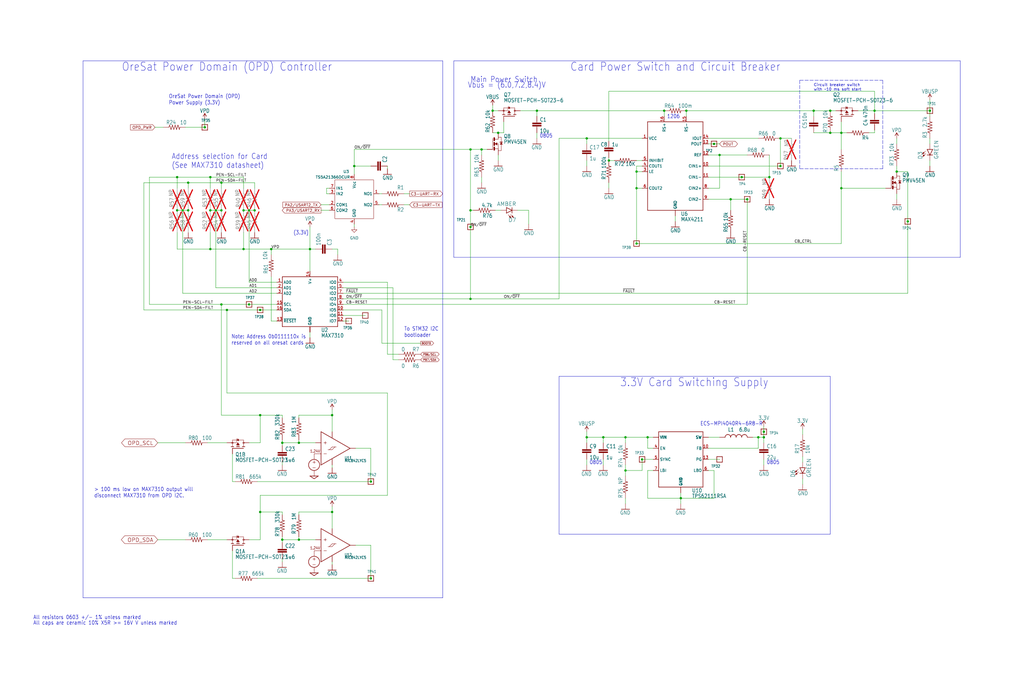
<source format=kicad_sch>
(kicad_sch (version 20230121) (generator eeschema)
  (paper "User" 469.9 317.627)
  (title_block (title "oresat-proto-card") (date "2024-02-25") (rev "5.0"))
  (junction (at 381 60.96))
  (junction (at 119.38 190.5))
  (junction (at 347.98 200.66))
  (junction (at 129.54 247.65))
  (junction (at 99.06 96.52))
  (junction (at 350.52 198.12))
  (junction (at 93.98 58.42))
  (junction (at 292.1 78.74))
  (junction (at 297.18 200.66))
  (junction (at 170.18 220.98))
  (junction (at 304.8 50.8))
  (junction (at 381 50.8))
  (junction (at 416.56 101.6))
  (junction (at 114.3 139.7))
  (junction (at 411.48 78.74))
  (junction (at 269.24 200.66))
  (junction (at 101.6 83.82))
  (junction (at 215.9 68.58))
  (junction (at 350.52 200.66))
  (junction (at 96.52 96.52))
  (junction (at 220.98 68.58))
  (junction (at 358.14 76.2))
  (junction (at 279.4 73.66))
  (junction (at 228.6 60.96))
  (junction (at 86.36 83.82))
  (junction (at 137.16 247.65))
  (junction (at 426.72 50.8))
  (junction (at 96.52 81.28))
  (junction (at 162.56 76.2))
  (junction (at 340.36 81.28))
  (junction (at 401.32 50.8))
  (junction (at 269.24 63.5))
  (junction (at 292.1 111.76))
  (junction (at 86.36 96.52))
  (junction (at 294.64 210.82))
  (junction (at 373.38 50.8))
  (junction (at 81.28 96.52))
  (junction (at 142.24 114.3))
  (junction (at 81.28 81.28))
  (junction (at 287.02 200.66))
  (junction (at 226.06 50.8))
  (junction (at 96.52 114.3))
  (junction (at 292.1 86.36))
  (junction (at 353.06 81.28))
  (junction (at 276.86 200.66))
  (junction (at 215.9 104.14))
  (junction (at 330.2 71.12))
  (junction (at 129.54 203.2))
  (junction (at 111.76 96.52))
  (junction (at 386.08 86.36))
  (junction (at 335.28 91.44))
  (junction (at 342.9 91.44))
  (junction (at 312.42 228.6))
  (junction (at 327.66 66.04))
  (junction (at 114.3 96.52))
  (junction (at 116.84 96.52))
  (junction (at 137.16 203.2))
  (junction (at 119.38 142.24))
  (junction (at 246.38 50.8))
  (junction (at 104.14 142.24))
  (junction (at 215.9 96.52))
  (junction (at 111.76 114.3))
  (junction (at 101.6 139.7))
  (junction (at 101.6 96.52))
  (junction (at 83.82 96.52))
  (junction (at 124.46 114.3))
  (junction (at 152.4 190.5))
  (junction (at 358.14 63.5))
  (junction (at 119.38 234.95))
  (junction (at 152.4 234.95))
  (junction (at 386.08 60.96))
  (junction (at 170.18 265.43))
  (junction (at 215.9 137.16))
  (junction (at 287.02 215.9))
  (junction (at 314.96 50.8))
  (wire (pts (xy 111.76 114.3) (xy 111.76 106.68)) (stroke (width 0.1524)))
  (wire (pts (xy 276.86 213.36) (xy 276.86 210.82)) (stroke (width 0.1524)))
  (wire (pts (xy 96.52 81.28) (xy 111.76 81.28)) (stroke (width 0.1524)))
  (wire (pts (xy 81.28 81.28) (xy 96.52 81.28)) (stroke (width 0.1524)))
  (wire (pts (xy 83.82 134.62) (xy 83.82 96.52)) (stroke (width 0.1524)))
  (wire (pts (xy 246.38 50.8) (xy 304.8 50.8)) (stroke (width 0.1524)))
  (wire (pts (xy 180.34 165.1) (xy 182.88 165.1)) (stroke (width 0.1524)))
  (wire (pts (xy 279.4 72.39) (xy 279.4 73.66)) (stroke (width 0.1524)))
  (wire (pts (xy 279.4 41.91) (xy 401.32 41.91)) (stroke (width 0.1524)))
  (wire (pts (xy 416.56 78.74) (xy 416.56 101.6)) (stroke (width 0.1524)))
  (wire (pts (xy 401.32 50.8) (xy 426.72 50.8)) (stroke (width 0.1524)))
  (wire (pts (xy 119.38 190.5) (xy 119.38 203.2)) (stroke (width 0.1524)))
  (wire (pts (xy 325.12 66.04) (xy 327.66 66.04)) (stroke (width 0.1524)))
  (polyline (pts (xy 38.1 27.94) (xy 203.2 27.94)) (stroke (width 0.1524) (type solid)))
  (wire (pts (xy 416.56 134.62) (xy 157.48 134.62)) (stroke (width 0.1524)))
  (wire (pts (xy 330.2 71.12) (xy 342.9 71.12)) (stroke (width 0.1524)))
  (wire (pts (xy 342.9 91.44) (xy 335.28 91.44)) (stroke (width 0.1524)))
  (wire (pts (xy 325.12 71.12) (xy 330.2 71.12)) (stroke (width 0.1524)))
  (wire (pts (xy 81.28 114.3) (xy 96.52 114.3)) (stroke (width 0.1524)))
  (wire (pts (xy 215.9 68.58) (xy 215.9 96.52)) (stroke (width 0.1524)))
  (polyline (pts (xy 208.28 27.94) (xy 440.69 27.94)) (stroke (width 0.1524) (type solid)))
  (wire (pts (xy 347.98 205.74) (xy 347.98 200.66)) (stroke (width 0.1524)))
  (wire (pts (xy 93.98 58.42) (xy 93.98 54.61)) (stroke (width 0.1524)))
  (wire (pts (xy 170.18 250.19) (xy 170.18 265.43)) (stroke (width 0.1524)))
  (wire (pts (xy 118.11 265.43) (xy 170.18 265.43)) (stroke (width 0.1524)))
  (wire (pts (xy 350.52 213.36) (xy 350.52 210.82)) (stroke (width 0.1524)))
  (wire (pts (xy 129.54 191.77) (xy 129.54 190.5)) (stroke (width 0.1524)))
  (wire (pts (xy 129.54 203.2) (xy 129.54 201.93)) (stroke (width 0.1524)))
  (wire (pts (xy 152.4 234.95) (xy 137.16 234.95)) (stroke (width 0.1524)))
  (wire (pts (xy 231.14 60.96) (xy 231.14 55.88)) (stroke (width 0.1524)))
  (wire (pts (xy 157.48 132.08) (xy 180.34 132.08)) (stroke (width 0.1524)))
  (wire (pts (xy 292.1 111.76) (xy 292.1 86.36)) (stroke (width 0.1524)))
  (polyline (pts (xy 256.54 172.72) (xy 381 172.72)) (stroke (width 0.1524) (type solid)))
  (wire (pts (xy 416.56 101.6) (xy 416.56 134.62)) (stroke (width 0.1524)))
  (wire (pts (xy 309.88 101.6) (xy 309.88 99.06)) (stroke (width 0.1524)))
  (wire (pts (xy 386.08 60.96) (xy 388.62 60.96)))
  (wire (pts (xy 157.48 137.16) (xy 215.9 137.16)) (stroke (width 0.1524)))
  (wire (pts (xy 269.24 203.2) (xy 269.24 200.66)) (stroke (width 0.1524)))
  (wire (pts (xy 119.38 203.2) (xy 114.3 203.2)) (stroke (width 0.1524)))
  (wire (pts (xy 104.14 180.34) (xy 104.14 142.24)) (stroke (width 0.1524)))
  (wire (pts (xy 81.28 114.3) (xy 81.28 106.68)) (stroke (width 0.1524)))
  (wire (pts (xy 381 50.8) (xy 383.54 50.8)) (stroke (width 0.1524)))
  (wire (pts (xy 129.54 234.95) (xy 119.38 234.95)) (stroke (width 0.1524)))
  (wire (pts (xy 292.1 78.74) (xy 294.64 78.74)) (stroke (width 0.1524)))
  (wire (pts (xy 342.9 139.7) (xy 342.9 91.44)) (stroke (width 0.1524)))
  (wire (pts (xy 386.08 60.96) (xy 386.08 55.88)) (stroke (width 0.1524)))
  (wire (pts (xy 111.76 114.3) (xy 124.46 114.3)) (stroke (width 0.1524)))
  (wire (pts (xy 142.24 114.3) (xy 142.24 104.14)) (stroke (width 0.1524)))
  (wire (pts (xy 180.34 132.08) (xy 180.34 165.1)) (stroke (width 0.1524)))
  (wire (pts (xy 327.66 215.9) (xy 327.66 228.6)) (stroke (width 0.1524)))
  (wire (pts (xy 81.28 86.36) (xy 81.28 81.28)) (stroke (width 0.1524)))
  (wire (pts (xy 220.98 81.28) (xy 220.98 83.82)) (stroke (width 0.1524)))
  (wire (pts (xy 107.95 265.43) (xy 106.68 265.43)) (stroke (width 0.1524)))
  (wire (pts (xy 386.08 60.96) (xy 386.08 68.58)) (stroke (width 0.1524)))
  (wire (pts (xy 215.9 96.52) (xy 215.9 104.14)) (stroke (width 0.1524)))
  (wire (pts (xy 386.08 111.76) (xy 292.1 111.76)) (stroke (width 0.1524)))
  (wire (pts (xy 137.16 247.65) (xy 144.78 247.65)) (stroke (width 0.1524)))
  (wire (pts (xy 119.38 247.65) (xy 114.3 247.65)) (stroke (width 0.1524)))
  (wire (pts (xy 68.58 139.7) (xy 101.6 139.7)) (stroke (width 0.1524)))
  (wire (pts (xy 129.54 190.5) (xy 119.38 190.5)) (stroke (width 0.1524)))
  (wire (pts (xy 312.42 231.14) (xy 312.42 228.6)) (stroke (width 0.1524)))
  (wire (pts (xy 127 129.54) (xy 114.3 129.54)) (stroke (width 0.1524)))
  (wire (pts (xy 325.12 205.74) (xy 347.98 205.74)) (stroke (width 0.1524)))
  (wire (pts (xy 129.54 247.65) (xy 129.54 246.38)) (stroke (width 0.1524)))
  (wire (pts (xy 217.17 96.52) (xy 215.9 96.52)) (stroke (width 0.1524)))
  (wire (pts (xy 325.12 63.5) (xy 347.98 63.5)) (stroke (width 0.1524)))
  (wire (pts (xy 297.18 215.9) (xy 299.72 215.9)) (stroke (width 0.1524)))
  (wire (pts (xy 246.38 53.34) (xy 246.38 50.8)) (stroke (width 0.1524)))
  (wire (pts (xy 276.86 203.2) (xy 276.86 200.66)) (stroke (width 0.1524)))
  (wire (pts (xy 368.3 196.85) (xy 368.3 199.39)) (stroke (width 0.1524)))
  (wire (pts (xy 162.56 76.2) (xy 170.18 76.2)))
  (wire (pts (xy 99.06 132.08) (xy 99.06 96.52)) (stroke (width 0.1524)))
  (wire (pts (xy 127 134.62) (xy 83.82 134.62)) (stroke (width 0.1524)))
  (wire (pts (xy 299.72 200.66) (xy 297.18 200.66)) (stroke (width 0.1524)))
  (wire (pts (xy 269.24 210.82) (xy 269.24 213.36)) (stroke (width 0.1524)))
  (wire (pts (xy 335.28 96.52) (xy 335.28 91.44)) (stroke (width 0.1524)))
  (wire (pts (xy 227.33 96.52) (xy 229.87 96.52)) (stroke (width 0.1524)))
  (wire (pts (xy 101.6 139.7) (xy 114.3 139.7)) (stroke (width 0.1524)))
  (wire (pts (xy 246.38 60.96) (xy 246.38 63.5)) (stroke (width 0.1524)))
  (wire (pts (xy 119.38 234.95) (xy 119.38 247.65)) (stroke (width 0.1524)))
  (wire (pts (xy 114.3 96.52) (xy 111.76 96.52)) (stroke (width 0.1524)))
  (wire (pts (xy 142.24 154.94) (xy 142.24 152.4)) (stroke (width 0.1524)))
  (wire (pts (xy 157.48 139.7) (xy 342.9 139.7)) (stroke (width 0.1524)))
  (wire (pts (xy 104.14 247.65) (xy 95.25 247.65)) (stroke (width 0.1524)))
  (wire (pts (xy 106.68 220.98) (xy 106.68 208.28)) (stroke (width 0.1524)))
  (wire (pts (xy 297.18 200.66) (xy 287.02 200.66)) (stroke (width 0.1524)))
  (wire (pts (xy 162.56 68.58) (xy 162.56 76.2)))
  (wire (pts (xy 358.14 76.2) (xy 358.14 63.5)) (stroke (width 0.1524)))
  (wire (pts (xy 101.6 190.5) (xy 101.6 139.7)) (stroke (width 0.1524)))
  (wire (pts (xy 312.42 228.6) (xy 312.42 226.06)) (stroke (width 0.1524)))
  (wire (pts (xy 279.4 86.36) (xy 279.4 83.82)) (stroke (width 0.1524)))
  (wire (pts (xy 119.38 190.5) (xy 101.6 190.5)) (stroke (width 0.1524)))
  (wire (pts (xy 294.64 76.2) (xy 292.1 76.2)) (stroke (width 0.1524)))
  (wire (pts (xy 118.11 220.98) (xy 170.18 220.98)) (stroke (width 0.1524)))
  (wire (pts (xy 287.02 203.2) (xy 287.02 200.66)) (stroke (width 0.1524)))
  (wire (pts (xy 358.14 63.5) (xy 363.22 63.5)) (stroke (width 0.1524)))
  (wire (pts (xy 152.4 190.5) (xy 152.4 187.96)) (stroke (width 0.1524)))
  (wire (pts (xy 152.4 234.95) (xy 152.4 232.41)) (stroke (width 0.1524)))
  (wire (pts (xy 353.06 81.28) (xy 353.06 71.12)) (stroke (width 0.1524)))
  (wire (pts (xy 304.8 50.8) (xy 304.8 53.34)) (stroke (width 0.1524)))
  (wire (pts (xy 226.06 48.26) (xy 226.06 50.8)) (stroke (width 0.1524)))
  (wire (pts (xy 101.6 83.82) (xy 116.84 83.82)) (stroke (width 0.1524)))
  (wire (pts (xy 279.4 64.77) (xy 279.4 41.91)) (stroke (width 0.1524)))
  (wire (pts (xy 325.12 215.9) (xy 327.66 215.9)) (stroke (width 0.1524)))
  (wire (pts (xy 426.72 73.66) (xy 426.72 76.2)) (stroke (width 0.1524)))
  (wire (pts (xy 256.54 63.5) (xy 269.24 63.5)) (stroke (width 0.1524)))
  (wire (pts (xy 294.64 215.9) (xy 287.02 215.9)) (stroke (width 0.1524)))
  (wire (pts (xy 152.4 114.3) (xy 154.94 114.3)) (stroke (width 0.1524)))
  (wire (pts (xy 256.54 137.16) (xy 256.54 63.5)) (stroke (width 0.1524)))
  (wire (pts (xy 215.9 104.14) (xy 215.9 137.16)) (stroke (width 0.1524)))
  (wire (pts (xy 269.24 200.66) (xy 276.86 200.66)) (stroke (width 0.1524)))
  (wire (pts (xy 116.84 83.82) (xy 116.84 86.36)) (stroke (width 0.1524)))
  (wire (pts (xy 401.32 60.96) (xy 398.78 60.96)))
  (wire (pts (xy 137.16 191.77) (xy 137.16 190.5)) (stroke (width 0.1524)))
  (wire (pts (xy 127 147.32) (xy 124.46 147.32)) (stroke (width 0.1524)))
  (wire (pts (xy 373.38 60.96) (xy 381 60.96)))
  (wire (pts (xy 129.54 247.65) (xy 137.16 247.65)) (stroke (width 0.1524)))
  (wire (pts (xy 340.36 81.28) (xy 353.06 81.28)) (stroke (width 0.1524)))
  (wire (pts (xy 152.4 198.12) (xy 152.4 190.5)) (stroke (width 0.1524)))
  (wire (pts (xy 327.66 66.04) (xy 330.2 66.04)) (stroke (width 0.1524)))
  (wire (pts (xy 368.3 219.71) (xy 368.3 222.25)) (stroke (width 0.1524)))
  (wire (pts (xy 177.8 129.54) (xy 157.48 129.54)) (stroke (width 0.1524)))
  (wire (pts (xy 386.08 78.74) (xy 386.08 86.36)) (stroke (width 0.1524)))
  (wire (pts (xy 340.36 81.28) (xy 325.12 81.28)) (stroke (width 0.1524)))
  (wire (pts (xy 68.58 81.28) (xy 81.28 81.28)) (stroke (width 0.1524)))
  (polyline (pts (xy 367.03 36.83) (xy 405.13 36.83)) (stroke (width 0) (type dash)))
  (wire (pts (xy 177.8 180.34) (xy 104.14 180.34)) (stroke (width 0.1524)))
  (wire (pts (xy 99.06 96.52) (xy 96.52 96.52)) (stroke (width 0.1524)))
  (wire (pts (xy 85.09 247.65) (xy 72.39 247.65)) (stroke (width 0.1524)))
  (polyline (pts (xy 440.69 27.94) (xy 440.69 118.11)) (stroke (width 0.1524) (type solid)))
  (wire (pts (xy 66.04 83.82) (xy 86.36 83.82)) (stroke (width 0.1524)))
  (wire (pts (xy 175.26 142.24) (xy 175.26 157.48)) (stroke (width 0.1524)))
  (polyline (pts (xy 203.2 27.94) (xy 203.2 274.32)) (stroke (width 0.1524) (type solid)))
  (polyline (pts (xy 367.03 36.83) (xy 367.03 77.47)) (stroke (width 0) (type dash)))
  (wire (pts (xy 74.93 58.42) (xy 71.12 58.42)) (stroke (width 0.1524)))
  (wire (pts (xy 426.72 50.8) (xy 426.72 53.34)) (stroke (width 0.1524)))
  (wire (pts (xy 347.98 200.66) (xy 350.52 200.66)) (stroke (width 0.1524)))
  (wire (pts (xy 220.98 68.58) (xy 215.9 68.58)) (stroke (width 0.1524)))
  (polyline (pts (xy 405.13 77.47) (xy 405.13 36.83)) (stroke (width 0) (type dash)))
  (wire (pts (xy 373.38 50.8) (xy 373.38 53.34)))
  (wire (pts (xy 124.46 114.3) (xy 142.24 114.3)) (stroke (width 0.1524)))
  (wire (pts (xy 287.02 218.44) (xy 287.02 215.9)) (stroke (width 0.1524)))
  (polyline (pts (xy 381 172.72) (xy 381 245.11)) (stroke (width 0.1524) (type solid)))
  (polyline (pts (xy 381 245.11) (xy 256.54 245.11)) (stroke (width 0.1524) (type solid)))
  (wire (pts (xy 220.98 71.12) (xy 220.98 68.58)) (stroke (width 0.1524)))
  (wire (pts (xy 137.16 203.2) (xy 144.78 203.2)) (stroke (width 0.1524)))
  (wire (pts (xy 119.38 142.24) (xy 104.14 142.24)) (stroke (width 0.1524)))
  (wire (pts (xy 242.57 96.52) (xy 242.57 102.87)) (stroke (width 0.1524)))
  (wire (pts (xy 287.02 231.14) (xy 287.02 228.6)) (stroke (width 0.1524)))
  (wire (pts (xy 177.8 129.54) (xy 177.8 162.56)) (stroke (width 0.1524)))
  (wire (pts (xy 292.1 78.74) (xy 292.1 86.36)) (stroke (width 0.1524)))
  (wire (pts (xy 401.32 59.69) (xy 401.32 60.96)))
  (wire (pts (xy 129.54 203.2) (xy 137.16 203.2)) (stroke (width 0.1524)))
  (wire (pts (xy 294.64 73.66) (xy 292.1 73.66)) (stroke (width 0.1524)))
  (wire (pts (xy 393.7 50.8) (xy 401.32 50.8)) (stroke (width 0.1524)))
  (wire (pts (xy 127 132.08) (xy 99.06 132.08)) (stroke (width 0.1524)))
  (wire (pts (xy 292.1 76.2) (xy 292.1 78.74)) (stroke (width 0.1524)))
  (wire (pts (xy 175.26 157.48) (xy 193.04 157.48)) (stroke (width 0.1524)))
  (wire (pts (xy 129.54 247.65) (xy 129.54 248.92)) (stroke (width 0.1524)))
  (wire (pts (xy 111.76 86.36) (xy 111.76 81.28)) (stroke (width 0.1524)))
  (wire (pts (xy 151.13 88.9) (xy 149.86 88.9)))
  (wire (pts (xy 325.12 210.82) (xy 330.2 210.82)) (stroke (width 0.1524)))
  (wire (pts (xy 175.26 93.98) (xy 173.99 93.98)))
  (wire (pts (xy 294.64 210.82) (xy 294.64 215.9)) (stroke (width 0.1524)))
  (wire (pts (xy 147.32 96.52) (xy 151.13 96.52)))
  (wire (pts (xy 116.84 96.52) (xy 114.3 96.52)) (stroke (width 0.1524)))
  (wire (pts (xy 287.02 200.66) (xy 276.86 200.66)) (stroke (width 0.1524)))
  (wire (pts (xy 106.68 265.43) (xy 106.68 252.73)) (stroke (width 0.1524)))
  (wire (pts (xy 269.24 66.04) (xy 269.24 63.5)) (stroke (width 0.1524)))
  (wire (pts (xy 149.86 88.9) (xy 149.86 86.36)))
  (wire (pts (xy 350.52 195.58) (xy 350.52 198.12)) (stroke (width 0.1524)))
  (wire (pts (xy 129.54 213.36) (xy 129.54 212.09)) (stroke (width 0.1524)))
  (wire (pts (xy 152.4 234.95) (xy 152.4 242.57)) (stroke (width 0.1524)))
  (wire (pts (xy 107.95 220.98) (xy 106.68 220.98)) (stroke (width 0.1524)))
  (wire (pts (xy 96.52 114.3) (xy 96.52 106.68)) (stroke (width 0.1524)))
  (wire (pts (xy 104.14 203.2) (xy 95.25 203.2)) (stroke (width 0.1524)))
  (wire (pts (xy 297.18 215.9) (xy 297.18 228.6)) (stroke (width 0.1524)))
  (wire (pts (xy 335.28 91.44) (xy 325.12 91.44)) (stroke (width 0.1524)))
  (wire (pts (xy 68.58 139.7) (xy 68.58 81.28)) (stroke (width 0.1524)))
  (wire (pts (xy 114.3 139.7) (xy 127 139.7)) (stroke (width 0.1524)))
  (wire (pts (xy 101.6 96.52) (xy 99.06 96.52)) (stroke (width 0.1524)))
  (wire (pts (xy 297.18 228.6) (xy 312.42 228.6)) (stroke (width 0.1524)))
  (wire (pts (xy 325.12 76.2) (xy 358.14 76.2)) (stroke (width 0.1524)))
  (wire (pts (xy 101.6 86.36) (xy 101.6 83.82)) (stroke (width 0.1524)))
  (wire (pts (xy 327.66 228.6) (xy 312.42 228.6)) (stroke (width 0.1524)))
  (wire (pts (xy 220.98 68.58) (xy 223.52 68.58)) (stroke (width 0.1524)))
  (wire (pts (xy 142.24 124.46) (xy 142.24 114.3)) (stroke (width 0.1524)))
  (wire (pts (xy 228.6 60.96) (xy 231.14 60.96)) (stroke (width 0.1524)))
  (wire (pts (xy 86.36 96.52) (xy 83.82 96.52)) (stroke (width 0.1524)))
  (wire (pts (xy 162.56 68.58) (xy 215.9 68.58)) (stroke (width 0.1524)))
  (wire (pts (xy 269.24 76.2) (xy 269.24 73.66)) (stroke (width 0.1524)))
  (wire (pts (xy 147.32 93.98) (xy 151.13 93.98)))
  (wire (pts (xy 350.52 200.66) (xy 350.52 198.12)) (stroke (width 0.1524)))
  (wire (pts (xy 177.8 162.56) (xy 182.88 162.56)) (stroke (width 0.1524)))
  (wire (pts (xy 297.18 205.74) (xy 299.72 205.74)) (stroke (width 0.1524)))
  (wire (pts (xy 104.14 142.24) (xy 66.04 142.24)) (stroke (width 0.1524)))
  (wire (pts (xy 330.2 86.36) (xy 330.2 71.12)) (stroke (width 0.1524)))
  (wire (pts (xy 287.02 215.9) (xy 287.02 213.36)) (stroke (width 0.1524)))
  (wire (pts (xy 96.52 86.36) (xy 96.52 81.28)) (stroke (width 0.1524)))
  (wire (pts (xy 187.96 93.98) (xy 185.42 93.98)))
  (wire (pts (xy 119.38 227.33) (xy 177.8 227.33)) (stroke (width 0.1524)))
  (wire (pts (xy 129.54 257.81) (xy 129.54 256.54)) (stroke (width 0.1524)))
  (wire (pts (xy 406.4 86.36) (xy 386.08 86.36)) (stroke (width 0.1524)))
  (wire (pts (xy 85.09 203.2) (xy 72.39 203.2)) (stroke (width 0.1524)))
  (wire (pts (xy 386.08 86.36) (xy 386.08 111.76)) (stroke (width 0.1524)))
  (wire (pts (xy 269.24 63.5) (xy 294.64 63.5)) (stroke (width 0.1524)))
  (wire (pts (xy 157.48 142.24) (xy 175.26 142.24)) (stroke (width 0.1524)))
  (wire (pts (xy 325.12 200.66) (xy 330.2 200.66)) (stroke (width 0.1524)))
  (wire (pts (xy 152.4 259.08) (xy 152.4 257.81)) (stroke (width 0.1524)))
  (polyline (pts (xy 256.54 245.11) (xy 256.54 172.72)) (stroke (width 0.1524) (type solid)))
  (wire (pts (xy 368.3 209.55) (xy 368.3 212.09)) (stroke (width 0.1524)))
  (wire (pts (xy 373.38 50.8) (xy 381 50.8)) (stroke (width 0.1524)))
  (wire (pts (xy 381 60.96) (xy 386.08 60.96)) (stroke (width 0.1524)))
  (wire (pts (xy 411.48 88.9) (xy 411.48 91.44)) (stroke (width 0.1524)))
  (wire (pts (xy 137.16 236.22) (xy 137.16 234.95)) (stroke (width 0.1524)))
  (wire (pts (xy 124.46 127) (xy 124.46 147.32)) (stroke (width 0.1524)))
  (wire (pts (xy 292.1 86.36) (xy 294.64 86.36)) (stroke (width 0.1524)))
  (polyline (pts (xy 208.28 118.11) (xy 208.28 27.94)) (stroke (width 0.1524) (type solid)))
  (wire (pts (xy 426.72 45.72) (xy 426.72 50.8)) (stroke (width 0.1524)))
  (wire (pts (xy 119.38 234.95) (xy 119.38 227.33)) (stroke (width 0.1524)))
  (wire (pts (xy 401.32 41.91) (xy 401.32 50.8)) (stroke (width 0.1524)))
  (wire (pts (xy 426.72 63.5) (xy 426.72 66.04)) (stroke (width 0.1524)))
  (wire (pts (xy 297.18 205.74) (xy 297.18 200.66)) (stroke (width 0.1524)))
  (wire (pts (xy 238.76 50.8) (xy 246.38 50.8)) (stroke (width 0.1524)))
  (wire (pts (xy 187.96 88.9) (xy 185.42 88.9)))
  (wire (pts (xy 170.18 205.74) (xy 170.18 220.98)) (stroke (width 0.1524)))
  (polyline (pts (xy 440.69 118.11) (xy 208.28 118.11)) (stroke (width 0.1524) (type solid)))
  (wire (pts (xy 226.06 60.96) (xy 228.6 60.96)) (stroke (width 0.1524)))
  (wire (pts (xy 228.6 71.12) (xy 228.6 73.66)) (stroke (width 0.1524)))
  (wire (pts (xy 314.96 53.34) (xy 314.96 50.8)) (stroke (width 0.1524)))
  (wire (pts (xy 86.36 83.82) (xy 101.6 83.82)) (stroke (width 0.1524)))
  (wire (pts (xy 401.32 50.8) (xy 401.32 52.07)))
  (wire (pts (xy 83.82 96.52) (xy 81.28 96.52)) (stroke (width 0.1524)))
  (wire (pts (xy 269.24 200.66) (xy 269.24 198.12)) (stroke (width 0.1524)))
  (wire (pts (xy 85.09 58.42) (xy 93.98 58.42)) (stroke (width 0.1524)))
  (wire (pts (xy 129.54 204.47) (xy 129.54 203.2)) (stroke (width 0.1524)))
  (wire (pts (xy 175.26 88.9) (xy 173.99 88.9)))
  (wire (pts (xy 142.24 114.3) (xy 144.78 114.3)) (stroke (width 0.1524)))
  (wire (pts (xy 127 142.24) (xy 119.38 142.24)) (stroke (width 0.1524)))
  (wire (pts (xy 162.56 76.2) (xy 162.56 80.01)))
  (wire (pts (xy 279.4 73.66) (xy 281.94 73.66)) (stroke (width 0.1524)))
  (wire (pts (xy 350.52 203.2) (xy 350.52 200.66)) (stroke (width 0.1524)))
  (wire (pts (xy 163.195 205.74) (xy 170.18 205.74)) (stroke (width 0.1524)))
  (wire (pts (xy 152.4 214.63) (xy 152.4 213.36)) (stroke (width 0.1524)))
  (wire (pts (xy 162.56 102.87) (xy 162.56 104.14)))
  (wire (pts (xy 124.46 116.84) (xy 124.46 114.3)) (stroke (width 0.1524)))
  (wire (pts (xy 114.3 129.54) (xy 114.3 96.52)) (stroke (width 0.1524)))
  (wire (pts (xy 154.94 114.3) (xy 154.94 116.84)) (stroke (width 0.1524)))
  (wire (pts (xy 152.4 190.5) (xy 137.16 190.5)) (stroke (width 0.1524)))
  (wire (pts (xy 226.06 50.8) (xy 228.6 50.8)) (stroke (width 0.1524)))
  (wire (pts (xy 86.36 86.36) (xy 86.36 83.82)) (stroke (width 0.1524)))
  (wire (pts (xy 411.48 63.5) (xy 411.48 66.04)) (stroke (width 0.1524)))
  (wire (pts (xy 347.98 200.66) (xy 345.44 200.66)) (stroke (width 0.1524)))
  (wire (pts (xy 411.48 78.74) (xy 416.56 78.74)) (stroke (width 0.1524)))
  (wire (pts (xy 411.48 76.2) (xy 411.48 78.74)) (stroke (width 0.1524)))
  (wire (pts (xy 157.48 144.78) (xy 167.64 144.78)) (stroke (width 0.1524)))
  (wire (pts (xy 129.54 236.22) (xy 129.54 234.95)) (stroke (width 0.1524)))
  (wire (pts (xy 163.195 250.19) (xy 170.18 250.19)) (stroke (width 0.1524)))
  (wire (pts (xy 160.02 147.32) (xy 157.48 147.32)) (stroke (width 0.1524)))
  (wire (pts (xy 314.96 50.8) (xy 373.38 50.8)) (stroke (width 0.1524)))
  (wire (pts (xy 294.64 210.82) (xy 299.72 210.82)) (stroke (width 0.1524)))
  (wire (pts (xy 149.86 86.36) (xy 151.13 86.36)))
  (wire (pts (xy 137.16 246.38) (xy 137.16 247.65)) (stroke (width 0.1524)))
  (polyline (pts (xy 38.1 274.32) (xy 38.1 27.94)) (stroke (width 0.1524) (type solid)))
  (wire (pts (xy 177.8 227.33) (xy 177.8 180.34)) (stroke (width 0.1524)))
  (wire (pts (xy 96.52 114.3) (xy 111.76 114.3)) (stroke (width 0.1524)))
  (wire (pts (xy 66.04 142.24) (xy 66.04 83.82)) (stroke (width 0.1524)))
  (wire (pts (xy 137.16 201.93) (xy 137.16 203.2)) (stroke (width 0.1524)))
  (wire (pts (xy 237.49 96.52) (xy 242.57 96.52)) (stroke (width 0.1524)))
  (polyline (pts (xy 367.03 77.47) (xy 405.13 77.47)) (stroke (width 0) (type dash)))
  (polyline (pts (xy 203.2 274.32) (xy 38.1 274.32)) (stroke (width 0.1524) (type solid)))
  (wire (pts (xy 325.12 86.36) (xy 330.2 86.36)) (stroke (width 0.1524)))
  (wire (pts (xy 215.9 137.16) (xy 256.54 137.16)) (stroke (width 0.1524)))
  (wire (pts (xy 177.8 76.2) (xy 177.8 77.47)))
  (text "Card Power Switch and Circuit Breaker" (at 261.62 33.02 0) (effects (font (size 3.81 3.2385)) (justify left bottom)))
  (text "1206" (at 306.07 54.61 0) (effects (font (size 1.778 1.5113)) (justify left bottom)))
  (text "All caps are ceramic 10% X5R >= 16V V unless marked" (at 15.24 287.02 0) (effects (font (size 1.778 1.5113)) (justify left bottom)))
  (text "3.3V Card Switching Supply" (at 284.48 177.8 0) (effects (font (size 3.81 3.2385)) (justify left bottom)))
  (text "Note: Address 0b0111110x is\nreserved on all oresat cards" (at 106.172 158.496 0) (effects (font (size 1.778 1.5113)) (justify left bottom)))
  (text "> 100 ms low on MAX7310 output will\ndisconnect MAX7310 from OPD I2C." (at 43.18 228.6 0) (effects (font (size 1.778 1.5113)) (justify left bottom)))
  (text "All resistors 0603 +/- 1% unless marked" (at 15.24 284.48 0) (effects (font (size 1.778 1.5113)) (justify left bottom)))
  (text "OreSat Power Domain (OPD)\nPower Supply (3.3V)" (at 77.47 48.26 0) (effects (font (size 1.778 1.5113)) (justify left bottom)))
  (text "Vbus = (6.0,7.2,8.4)V" (at 214.63 40.64 0) (effects (font (size 2.54 2.159)) (justify left bottom)))
  (text "0805" (at 270.51 213.36 0) (effects (font (size 1.778 1.5113)) (justify left bottom)))
  (text "OreSat Power Domain (OPD) Controller" (at 55.88 33.02 0) (effects (font (size 3.81 3.2385)) (justify left bottom)))
  (text "To STM32 I2C\nbootloader" (at 185.42 154.94 0) (effects (font (size 1.778 1.5113)) (justify left bottom)))
  (text "0805" (at 247.65 63.5 0) (effects (font (size 1.778 1.5113)) (justify left bottom)))
  (text "ECS-MPI4040R4-6R8-R" (at 321.31 195.58 0) (effects (font (size 1.778 1.5113)) (justify left bottom)))
  (text "0805" (at 351.79 213.36 0) (effects (font (size 1.778 1.5113)) (justify left bottom)))
  (text "Address selection for Card\n(See MAX7310 datasheet)" (at 78.74 77.47 0) (effects (font (size 2.54 2.159)) (justify left bottom)))
  (text "Circuit breaker switch\nwith ~10 ms soft start" (at 373.38 41.91 0) (effects (font (size 1.27 1.27)) (justify left bottom)))
  (text "Main Power Switch" (at 215.9 38.1 0) (effects (font (size 2.54 2.159)) (justify left bottom)))
  (text "(3.3V)" (at 134.62 107.95 0) (effects (font (size 1.778 1.5113)) (justify left bottom)))
  (label "AD0" (at 114.3 129.54 0) (effects (font (size 1.2446 1.2446))))
  (label "ON/~{OFF}" (at 215.9 104.14 0) (effects (font (size 1.2446 1.2446))))
  (label "AD2" (at 114.3 134.62 0) (effects (font (size 1.2446 1.2446))))
  (label "CB-RESET" (at 342.9 115.57 90) (effects (font (size 1.2446 1.2446))))
  (label "~{FAULT}" (at 285.75 134.62 0) (effects (font (size 1.2446 1.2446))))
  (label "ON/~{OFF}" (at 231.14 137.16 0) (effects (font (size 1.2446 1.2446))))
  (label "ON/~{OFF}" (at 158.75 137.16 0) (effects (font (size 1.2446 1.2446))))
  (label "~{FAULT}" (at 158.75 134.62 0) (effects (font (size 1.2446 1.2446))))
  (label "CB-RESET" (at 158.75 139.7 0) (effects (font (size 1.2446 1.2446))))
  (label "PEN-SCL-FILT" (at 99.06 81.28 0) (effects (font (size 1.2446 1.2446))))
  (label "CB_CTRL" (at 364.49 111.76 0) (effects (font (size 1.2446 1.2446))))
  (label "CB-RESET" (at 327.66 139.7 0) (effects (font (size 1.2446 1.2446))))
  (label "PEN-SDA-FILT" (at 83.82 142.24 0) (effects (font (size 1.2446 1.2446))))
  (label "ON/~{OFF}" (at 162.56 68.58 0) (effects (font (size 1.2446 1.2446))))
  (label "VPD" (at 124.46 114.3 0) (effects (font (size 1.2446 1.2446))))
  (label "PEN-SCL-FILT" (at 83.82 139.7 0) (effects (font (size 1.2446 1.2446))))
  (label "PEN-SDA-FILT" (at 99.06 83.82 0) (effects (font (size 1.2446 1.2446))))
  (label "AD1" (at 114.3 132.08 0) (effects (font (size 1.2446 1.2446))))
  (global_label "OPD_SCL" (shape bidirectional) (at 72.39 203.2 180) (effects (font (size 1.778 1.778))) (property "Intersheetrefs" "${INTERSHEET_REFS}" (at 54.9712 203.2 0) (effects (justify right))))
  (global_label "OPD_SDA" (shape bidirectional) (at 72.39 247.65 180) (effects (font (size 1.778 1.778))) (property "Intersheetrefs" "${INTERSHEET_REFS}" (at 54.8865 247.65 0) (effects (justify right))))
  (global_label "OPD_PWR" (shape input) (at 71.12 58.42 180) (property "Intersheetrefs" "${INTERSHEET_REFS}" (at 59.3053 58.42 0) (effects (justify right))))
  (global_label "C3-UART-RX" (shape output) (at 187.96 88.9 0) (property "Intersheetrefs" "${INTERSHEET_REFS}" (at 203.6263 88.9 0) (effects (justify left))))
  (global_label "POUT" (shape bidirectional) (at 330.2 66.04 0) (effects (font (size 1.2446 1.2446))) (property "Intersheetrefs" "${INTERSHEET_REFS}" (at 339.0149 66.04 0) (effects (justify left))))
  (global_label "PB7/SDA" (shape bidirectional) (at 193.04 165.1 0) (effects (font (size 0.889 0.889))) (property "Intersheetrefs" "${INTERSHEET_REFS}" (at 201.9611 165.1 0) (effects (justify left))))
  (global_label "PA3{slash}USART2_RX" (shape output) (at 147.32 96.52 180) (property "Intersheetrefs" "${INTERSHEET_REFS}" (at 128.9928 96.52 0) (effects (justify right))))
  (global_label "PA2{slash}USART2_TX" (shape input) (at 147.32 93.98 180) (property "Intersheetrefs" "${INTERSHEET_REFS}" (at 129.2952 93.98 0) (effects (justify right))))
  (global_label "C3-UART-TX" (shape input) (at 187.96 93.98 0) (property "Intersheetrefs" "${INTERSHEET_REFS}" (at 203.3239 93.98 0) (effects (justify left))))
  (global_label "PB6/SCL" (shape bidirectional) (at 193.04 162.56 0) (effects (font (size 0.889 0.889))) (property "Intersheetrefs" "${INTERSHEET_REFS}" (at 201.9188 162.56 0) (effects (justify left))))
  (global_label "BOOT0" (shape output) (at 193.04 157.48 0) (effects (font (size 0.889 0.889))) (property "Intersheetrefs" "${INTERSHEET_REFS}" (at 199.4051 157.48 0) (effects (justify left))))
  (symbol (lib_id "oresat-proto-card-eagle-import:MIC842LYC5") (at 152.4 205.74 0) (unit 1)
    (property "Reference" "U11" (at 158.115 210.82 0) (effects (font (size 1.27 1.0795)) (justify left bottom)))
    (property "Value" "MIC842LYC5" (at 158.115 212.09 0) (effects (font (size 1.27 1.0795)) (justify left bottom)))
    (property "Footprint" "oresat-proto-card:SC70-5" (effects hide))
  )
  (symbol (lib_id "oresat-proto-card-eagle-import:C-EU0603-C-NOSILK") (at 175.26 76.2 270) (mirror x) (unit 1)
    (property "Reference" "C2" (at 175.641 74.676 0) (effects (font (size 1.778 1.5113)) (justify left bottom)))
    (property "Value" "100n" (at 170.561 74.676 0) (effects (font (size 1.778 1.5113)) (justify left bottom)))
    (property "Footprint" "oresat-passives:0603-C-NOSILK" (effects hide))
    (property "Value" "CL10B104KB8NNNL" (effects hide))
    (instances (project "oresat-proto-card" (path "" (reference "C2") (unit 1))) (project "oresat-adcs-card" (path "" (reference "C99") (unit 1))))
  )
  (symbol (lib_id "oresat-proto-card-eagle-import:R-US_0603-C-NOSILK") (at 113.03 220.98 180) (unit 1)
    (property "Reference" "R81" (at 107.95 219.71 0) (effects (font (size 1.778 1.5113)) (justify right top)))
    (property "Value" "665k" (at 114.3 219.71 0) (effects (font (size 1.778 1.5113)) (justify right top)))
    (property "Footprint" "oresat-passives:0603-C-NOSILK" (effects hide))
    (property "DIS" "Digi-Key" (effects hide))
    (property "DPN" "RNCP0603FTD10K0CT-ND  " (effects hide))
    (property "MFR" "Stackpole" (effects hide))
    (property "MPN" "RNCP0603FTD10K0" (effects hide))
  )
  (symbol (lib_id "oresat-proto-card-eagle-import:VPD") (at 142.24 104.14 0) (unit 1)
    (property "Reference" "#VPD07" (effects hide))
    (property "Value" "VPD" (at 142.24 101.346 0) (effects (font (size 1.778 1.5113)) (justify bottom)))
  )
  (symbol (lib_id "oresat-proto-card-eagle-import:C-EU0603-C-NOSILK") (at 129.54 207.01 0) (unit 1)
    (property "Reference" "C23" (at 130.81 207.01 0) (effects (font (size 1.778 1.5113)) (justify left bottom)))
    (property "Value" "1u" (at 130.81 212.09 0) (effects (font (size 1.778 1.5113)) (justify left bottom)))
    (property "Footprint" "oresat-passives:0603-C-NOSILK" (effects hide))
    (property "DIS" "Digi-Key" (effects hide))
    (property "DPN" "311-1444-1-ND" (effects hide))
    (property "MFR" "Yageo" (effects hide))
    (property "MPN" "CC0603KRX5R7BB105" (effects hide))
  )
  (symbol (lib_id "oresat-proto-card-eagle-import:C-EU0805-B-NOSILK") (at 246.38 55.88 0) (unit 1)
    (property "Reference" "C1" (at 247.65 55.88 0) (effects (font (size 1.778 1.5113)) (justify left bottom)))
    (property "Value" "10u" (at 247.65 60.96 0) (effects (font (size 1.778 1.5113)) (justify left bottom)))
    (property "Footprint" "oresat-passives:0805-B-NOSILK" (effects hide))
    (property "DIS" "Digi-Key" (effects hide))
    (property "DPN" "1276-6472-1-ND" (effects hide))
    (property "MFR" "Samsung" (effects hide))
    (property "MPN" "CL21B106KOQNNNG" (effects hide))
  )
  (symbol (lib_id "oresat-proto-card-eagle-import:TEST-POINT-LARGE-SQUARE") (at 358.14 76.2 0) (unit 1)
    (property "Reference" "TP15" (at 354.33 80.01 0) (effects (font (size 1.27 1.0795)) (justify left bottom)))
    (property "Value" "TEST-POINT-LARGE-SQUARE" (effects hide))
    (property "Footprint" "oresat-proto-card:1X01" (effects hide))
  )
  (symbol (lib_id "oresat-proto-card-eagle-import:GND") (at 177.8 80.01 0) (mirror y) (unit 1)
    (property "Reference" "#GND07" (effects hide))
    (property "Value" "GND" (at 180.34 82.55 0) (effects (font (size 1.778 1.5113)) (justify left bottom)))
    (instances (project "oresat-proto-card" (path "" (reference "#GND07") (unit 1))) (project "oresat-adcs-card" (path "" (reference "#GND015") (unit 1))))
  )
  (symbol (lib_id "oresat-proto-card-eagle-import:LED-GREEN0603") (at 426.72 68.58 0) (unit 1)
    (property "Reference" "D3" (at 423.291 73.152 90) (effects (font (size 1.778 1.778)) (justify left bottom)))
    (property "Value" "GREEN" (at 428.625 73.152 90) (effects (font (size 1.778 1.778)) (justify left top)))
    (property "Footprint" "oresat-proto-card:LED-0603" (effects hide))
    (property "DIS" "Digi-Key" (effects hide))
    (property "DPN" "511-1584-1-ND" (effects hide))
    (property "MFR" "Rohm" (effects hide))
    (property "MPN" "SML-E12M8WT86" (effects hide))
  )
  (symbol (lib_id "oresat-proto-card-eagle-import:GND") (at 154.94 119.38 0) (mirror y) (unit 1)
    (property "Reference" "#GND09" (effects hide))
    (property "Value" "GND" (at 157.48 121.92 0) (effects (font (size 1.778 1.5113)) (justify left bottom)))
  )
  (symbol (lib_id "oresat-proto-card-eagle-import:R-US_0603-C-NOSILK") (at 129.54 241.3 90) (unit 1)
    (property "Reference" "R78" (at 128.27 246.38 0) (effects (font (size 1.778 1.5113)) (justify left bottom)))
    (property "Value" "330k" (at 128.27 240.03 0) (effects (font (size 1.778 1.5113)) (justify left bottom)))
    (property "Footprint" "oresat-passives:0603-C-NOSILK" (effects hide))
    (property "DIS" "Digi-Key" (effects hide))
    (property "DPN" "A129718CT-ND" (effects hide))
    (property "MFR" "TE Connectivity" (effects hide))
    (property "MPN" "CRGCQ0603F330K" (effects hide))
  )
  (symbol (lib_id "oresat-proto-card-eagle-import:TEST-POINT-LARGE-SQUARE") (at 114.3 139.7 180) (unit 1)
    (property "Reference" "TP37" (at 116.84 135.89 0) (effects (font (size 1.27 1.0795)) (justify left bottom)))
    (property "Value" "TEST-POINT-LARGE-SQUARE" (effects hide))
    (property "Footprint" "oresat-proto-card:1X01" (effects hide))
  )
  (symbol (lib_id "oresat-proto-card-eagle-import:TEST-POINT-LARGE-SQUARE") (at 93.98 58.42 180) (unit 1)
    (property "Reference" "TP35" (at 96.52 54.61 0) (effects (font (size 1.27 1.0795)) (justify left bottom)))
    (property "Value" "TEST-POINT-LARGE-SQUARE" (effects hide))
    (property "Footprint" "oresat-proto-card:1X01" (effects hide))
  )
  (symbol (lib_id "oresat-proto-card-eagle-import:R-US_0603-C-NOSILK") (at 137.16 196.85 90) (unit 1)
    (property "Reference" "R83" (at 135.89 200.66 0) (effects (font (size 1.778 1.5113)) (justify left bottom)))
    (property "Value" "1M" (at 135.89 194.31 0) (effects (font (size 1.778 1.5113)) (justify left bottom)))
    (property "Footprint" "oresat-passives:0603-C-NOSILK" (effects hide))
    (property "DIS" "Digi-Key" (effects hide))
    (property "DPN" "311-1.00MHRCT-ND  " (effects hide))
    (property "MFR" "Yageo" (effects hide))
    (property "MPN" "RC0603FR-071ML" (effects hide))
  )
  (symbol (lib_id "oresat-proto-card-eagle-import:PMV45EN") (at 411.48 83.82 0) (unit 1)
    (property "Reference" "Q9" (at 414.02 81.28 0) (effects (font (size 1.778 1.5113)) (justify left bottom)))
    (property "Value" "PMV45EN" (at 414.02 83.82 0) (effects (font (size 1.778 1.5113)) (justify left bottom)))
    (property "Footprint" "oresat-proto-card:SOT23" (effects hide))
    (property "DIS" "Digi-Key" (effects hide))
    (property "DPN" "1727-2307-1-ND" (effects hide))
    (property "MFR" "Nexperia" (effects hide))
    (property "MPN" "PMV45EN2R" (effects hide))
  )
  (symbol (lib_id "oresat-proto-card-eagle-import:GND") (at 276.86 215.9 0) (unit 1)
    (property "Reference" "#GND068" (effects hide))
    (property "Value" "GND" (at 274.32 218.44 0) (effects (font (size 1.778 1.5113)) (justify left bottom)))
  )
  (symbol (lib_id "oresat-proto-card-eagle-import:GND") (at 228.6 76.2 0) (mirror y) (unit 1)
    (property "Reference" "#GND017" (effects hide))
    (property "Value" "GND" (at 231.14 78.74 0) (effects (font (size 1.778 1.5113)) (justify left bottom)))
  )
  (symbol (lib_id "oresat-proto-card-eagle-import:VBUSP") (at 426.72 45.72 0) (unit 1)
    (property "Reference" "#VBUSP04" (effects hide))
    (property "Value" "VBUSP" (at 426.72 42.926 0) (effects (font (size 1.778 1.5113)) (justify bottom)))
  )
  (symbol (lib_id "oresat-proto-card-eagle-import:R-US_0603-C-NOSILK") (at 411.48 71.12 90) (unit 1)
    (property "Reference" "R73" (at 410.21 76.2 0) (effects (font (size 1.778 1.5113)) (justify left bottom)))
    (property "Value" "10k" (at 410.21 69.85 0) (effects (font (size 1.778 1.5113)) (justify left bottom)))
    (property "Footprint" "oresat-passives:0603-C-NOSILK" (effects hide))
    (property "DIS" "Digi-Key" (effects hide))
    (property "DPN" "RNCP0603FTD10K0CT-ND  " (effects hide))
    (property "MFR" "Stackpole" (effects hide))
    (property "MPN" "RNCP0603FTD10K0" (effects hide))
  )
  (symbol (lib_id "oresat-proto-card-eagle-import:R-US_0603-C-NOSILK") (at 353.06 86.36 90) (unit 1) (dnp yes)
    (property "Reference" "R69" (at 351.79 91.44 0) (effects (font (size 1.778 1.5113)) (justify left bottom)))
    (property "Value" "NP" (at 351.79 85.09 0) (effects (font (size 1.778 1.5113)) (justify left bottom)))
    (property "Footprint" "oresat-passives:0603-C-NOSILK" (effects hide))
    (property "DIS" "Digi-Key" (effects hide))
    (property "DPN" "1276-4275-1-ND" (effects hide))
    (property "MFR" "Samsung" (effects hide))
    (property "MPN" "RC1005F6653CS" (effects hide))
  )
  (symbol (lib_id "oresat-proto-card-eagle-import:GND") (at 312.42 233.68 0) (unit 1)
    (property "Reference" "#GND067" (effects hide))
    (property "Value" "GND" (at 309.88 236.22 0) (effects (font (size 1.778 1.5113)) (justify left bottom)))
  )
  (symbol (lib_id "oresat-proto-card-eagle-import:R-US_0603-C-NOSILK") (at 101.6 91.44 90) (unit 1) (dnp yes)
    (property "Reference" "R55" (at 100.1014 95.25 0) (effects (font (size 1.778 1.5113)) (justify left bottom)))
    (property "Value" "NP" (at 99.822 90.17 0) (effects (font (size 1.778 1.5113)) (justify left bottom)))
    (property "Footprint" "oresat-passives:0603-C-NOSILK" (effects hide))
    (property "DIS" "Digi-Key" (effects hide))
    (property "DPN" "1276-4275-1-ND" (effects hide))
    (property "MFR" "Samsung" (effects hide))
    (property "MPN" "RC1005F6653CS" (effects hide))
  )
  (symbol (lib_id "oresat-proto-card-eagle-import:R-US_0603-C-NOSILK") (at 116.84 91.44 90) (unit 1) (dnp yes)
    (property "Reference" "R46" (at 115.3414 95.25 0) (effects (font (size 1.778 1.5113)) (justify left bottom)))
    (property "Value" "NP" (at 115.062 90.17 0) (effects (font (size 1.778 1.5113)) (justify left bottom)))
    (property "Footprint" "oresat-passives:0603-C-NOSILK" (effects hide))
    (property "DIS" "Digi-Key" (effects hide))
    (property "DPN" "1276-4275-1-ND" (effects hide))
    (property "MFR" "Samsung" (effects hide))
    (property "MPN" "RC1005F6653CS" (effects hide))
  )
  (symbol (lib_id "oresat-proto-card-eagle-import:GND") (at 363.22 76.2 0) (mirror y) (unit 1)
    (property "Reference" "#GND029" (effects hide))
    (property "Value" "GND" (at 365.76 78.74 0) (effects (font (size 1.778 1.5113)) (justify left bottom)))
  )
  (symbol (lib_id "oresat-proto-card-eagle-import:R-US_0603-C-NOSILK") (at 101.6 101.6 90) (unit 1) (dnp yes)
    (property "Reference" "R54" (at 100.1014 105.41 0) (effects (font (size 1.778 1.5113)) (justify left bottom)))
    (property "Value" "NP" (at 99.822 100.33 0) (effects (font (size 1.778 1.5113)) (justify left bottom)))
    (property "Footprint" "oresat-passives:0603-C-NOSILK" (effects hide))
    (property "DIS" "Digi-Key" (effects hide))
    (property "DPN" "1276-4275-1-ND" (effects hide))
    (property "MFR" "Samsung" (effects hide))
    (property "MPN" "RC1005F6653CS" (effects hide))
  )
  (symbol (lib_id "oresat-proto-card-eagle-import:GND") (at 246.38 66.04 0) (unit 1)
    (property "Reference" "#GND03" (effects hide))
    (property "Value" "GND" (at 243.84 68.58 0) (effects (font (size 1.778 1.5113)) (justify left bottom)))
  )
  (symbol (lib_id "oresat-proto-card-eagle-import:TPS6211X") (at 312.42 208.28 0) (unit 1)
    (property "Reference" "U10" (at 317.5 226.06 0) (effects (font (size 1.778 1.5113)) (justify left bottom)))
    (property "Value" "TPS62111RSA" (at 317.5 228.6 0) (effects (font (size 1.778 1.5113)) (justify left bottom)))
    (property "Footprint" "oresat-proto-card:S-PVQFN-16" (effects hide))
    (property "DIS" "Digi-Key" (effects hide))
    (property "DPN" "296-37681-2-ND" (effects hide))
    (property "MFR" "Texas Instruments" (effects hide))
    (property "MPN" "TPS62111RSA" (effects hide))
  )
  (symbol (lib_id "oresat-proto-card-eagle-import:R-US_0603-C-NOSILK") (at 386.08 73.66 90) (unit 1)
    (property "Reference" "R5" (at 384.81 78.74 0) (effects (font (size 1.778 1.5113)) (justify left bottom)))
    (property "Value" "10k" (at 384.81 72.39 0) (effects (font (size 1.778 1.5113)) (justify left bottom)))
    (property "Footprint" "oresat-passives:0603-C-NOSILK" (effects hide))
    (property "Value" "RC0603FR-0710KL" (effects hide))
    (instances (project "oresat-proto-card" (path "" (reference "R5") (unit 1))) (project "oresat-adcs-card" (path "" (reference "R136") (unit 1))))
  )
  (symbol (lib_id "oresat-proto-card-eagle-import:R-US_0603-C-NOSILK") (at 426.72 58.42 90) (unit 1)
    (property "Reference" "R3" (at 425.45 63.5 0) (effects (font (size 1.778 1.5113)) (justify left bottom)))
    (property "Value" "2.7k" (at 425.45 58.42 0) (effects (font (size 1.778 1.5113)) (justify left bottom)))
    (property "Footprint" "oresat-passives:0603-C-NOSILK" (effects hide))
    (property "DIS" "Digi-Key" (effects hide))
    (property "DPN" "P2.7KDBCT-ND" (effects hide))
    (property "MFR" "Panasonic" (effects hide))
    (property "MPN" "ERA-3AEB272V" (effects hide))
  )
  (symbol (lib_id "oresat-proto-card-eagle-import:TEST-POINT-LARGE-SQUARE") (at 294.64 210.82 0) (unit 1)
    (property "Reference" "TP33" (at 291.338 208.534 0) (effects (font (size 1.27 1.0795)) (justify left bottom)))
    (property "Value" "TEST-POINT-LARGE-SQUARE" (effects hide))
    (property "Footprint" "oresat-proto-card:1X01" (effects hide))
  )
  (symbol (lib_id "oresat-proto-card-eagle-import:GND") (at 411.48 93.98 0) (mirror y) (unit 1)
    (property "Reference" "#GND066" (effects hide))
    (property "Value" "GND" (at 414.02 96.52 0) (effects (font (size 1.778 1.5113)) (justify left bottom)))
  )
  (symbol (lib_id "oresat-proto-card-eagle-import:VPD") (at 93.98 54.61 0) (unit 1)
    (property "Reference" "#VPD06" (effects hide))
    (property "Value" "VPD" (at 93.98 51.816 0) (effects (font (size 1.778 1.5113)) (justify bottom)))
  )
  (symbol (lib_id "oresat-proto-card-eagle-import:GND") (at 350.52 215.9 0) (mirror y) (unit 1)
    (property "Reference" "#GND070" (effects hide))
    (property "Value" "GND" (at 353.06 218.44 0) (effects (font (size 1.778 1.5113)) (justify left bottom)))
  )
  (symbol (lib_id "oresat-proto-card-eagle-import:R-US_0603-C-NOSILK") (at 287.02 73.66 180) (unit 1)
    (property "Reference" "R72" (at 281.94 76.2 0) (effects (font (size 1.778 1.5113)) (justify right top)))
    (property "Value" "10K" (at 287.02 76.2 0) (effects (font (size 1.778 1.5113)) (justify right top)))
    (property "Footprint" "oresat-passives:0603-C-NOSILK" (effects hide))
    (property "DIS" "Digi-Key" (effects hide))
    (property "DPN" "1276-4275-1-ND" (effects hide))
    (property "MFR" "Samsung" (effects hide))
    (property "MPN" "RC1005F6653CS" (effects hide))
  )
  (symbol (lib_id "oresat-proto-card-eagle-import:TEST-POINT-LARGE-SQUARE") (at 327.66 66.04 0) (unit 1)
    (property "Reference" "TP2" (at 323.85 69.85 0) (effects (font (size 1.27 1.0795)) (justify left bottom)))
    (property "Value" "TEST-POINT-LARGE-SQUARE" (effects hide))
    (property "Footprint" "oresat-proto-card:1X01" (effects hide))
  )
  (symbol (lib_id "oresat-proto-card-eagle-import:LED-GREEN0603") (at 232.41 96.52 90) (unit 1)
    (property "Reference" "D7" (at 236.982 99.949 90) (effects (font (size 1.778 1.778)) (justify left bottom)))
    (property "Value" "AMBER" (at 236.982 94.615 90) (effects (font (size 1.778 1.778)) (justify left top)))
    (property "Footprint" "oresat-proto-card:LED-0603" (effects hide))
    (property "DIS" "Digi-Key" (effects hide))
    (property "DPN" "1830-1064-1-ND" (effects hide))
    (property "MFR" "Inolux" (effects hide))
    (property "MPN" "IN-S63AT5A" (effects hide))
  )
  (symbol (lib_id "oresat-proto-card-eagle-import:TEST-POINT-LARGE-SQUARE") (at 170.18 220.98 180) (unit 1)
    (property "Reference" "TP42" (at 172.72 217.17 0) (effects (font (size 1.27 1.0795)) (justify left bottom)))
    (property "Value" "TEST-POINT-LARGE-SQUARE" (effects hide))
    (property "Footprint" "oresat-proto-card:1X01" (effects hide))
  )
  (symbol (lib_id "oresat-proto-card-eagle-import:GND") (at 152.4 261.62 0) (mirror y) (unit 1)
    (property "Reference" "#GND075" (effects hide))
    (property "Value" "GND" (at 154.94 264.16 0) (effects (font (size 1.778 1.5113)) (justify left bottom)))
  )
  (symbol (lib_id "oresat-proto-card-eagle-import:VBUS") (at 226.06 45.72 0) (unit 1)
    (property "Reference" "#VBUS01" (effects hide))
    (property "Value" "VBUS" (at 226.06 45.466 0) (effects (font (size 1.778 1.5113)) (justify bottom)))
  )
  (symbol (lib_id "oresat-proto-card-eagle-import:R-US_0603-C-NOSILK") (at 347.98 71.12 180) (unit 1)
    (property "Reference" "R68" (at 342.9 69.85 0) (effects (font (size 1.778 1.5113)) (justify right top)))
    (property "Value" "0" (at 349.25 69.85 0) (effects (font (size 1.778 1.5113)) (justify right top)))
    (property "Footprint" "oresat-passives:0603-C-NOSILK" (effects hide))
    (property "DIS" "Digi-Key" (effects hide))
    (property "DPN" "311-0.0GRCT-ND" (effects hide))
    (property "MFR" "Yageo" (effects hide))
    (property "MPN" "RC0603JR-070RL" (effects hide))
  )
  (symbol (lib_id "oresat-proto-card-eagle-import:TEST-POINT-LARGE-SQUARE") (at 167.64 144.78 90) (unit 1)
    (property "Reference" "TP40" (at 165.1 148.59 90) (effects (font (size 1.27 1.0795)) (justify right top)))
    (property "Value" "TEST-POINT-LARGE-SQUARE" (effects hide))
    (property "Footprint" "oresat-proto-card:1X01" (effects hide))
  )
  (symbol (lib_id "oresat-proto-card-eagle-import:VPD") (at 152.4 187.96 0) (unit 1)
    (property "Reference" "#VPD010" (effects hide))
    (property "Value" "VPD" (at 152.4 185.166 0) (effects (font (size 1.778 1.5113)) (justify bottom)))
  )
  (symbol (lib_id "oresat-proto-card-eagle-import:R-US_0603-C-NOSILK") (at 116.84 101.6 90) (unit 1) (dnp yes)
    (property "Reference" "R45" (at 115.3414 105.41 0) (effects (font (size 1.778 1.5113)) (justify left bottom)))
    (property "Value" "NP" (at 115.062 100.33 0) (effects (font (size 1.778 1.5113)) (justify left bottom)))
    (property "Footprint" "oresat-passives:0603-C-NOSILK" (effects hide))
    (property "DIS" "Digi-Key" (effects hide))
    (property "DPN" "1276-4275-1-ND" (effects hide))
    (property "MFR" "Samsung" (effects hide))
    (property "MPN" "RC1005F6653CS" (effects hide))
  )
  (symbol (lib_id "oresat-proto-card-eagle-import:R-US_0603-C-NOSILK") (at 287.02 223.52 90) (unit 1)
    (property "Reference" "R75" (at 285.75 228.6 0) (effects (font (size 1.778 1.5113)) (justify left bottom)))
    (property "Value" "NP" (at 285.75 222.25 0) (effects (font (size 1.778 1.5113)) (justify left bottom)))
    (property "Footprint" "oresat-passives:0603-C-NOSILK" (effects hide))
    (property "DIS" "Digi-Key" (effects hide))
    (property "DPN" "1276-4275-1-ND" (effects hide))
    (property "MFR" "Samsung" (effects hide))
    (property "MPN" "RC1005F6653CS" (effects hide))
  )
  (symbol (lib_id "oresat-proto-card-eagle-import:C-EU0805-B-NOSILK") (at 269.24 205.74 0) (unit 1)
    (property "Reference" "C9" (at 270.51 205.74 0) (effects (font (size 1.778 1.5113)) (justify left bottom)))
    (property "Value" "10u" (at 270.51 210.82 0) (effects (font (size 1.778 1.5113)) (justify left bottom)))
    (property "Footprint" "oresat-passives:0805-B-NOSILK" (effects hide))
    (property "DIS" "Digi-Key" (effects hide))
    (property "DPN" "1276-6472-1-ND" (effects hide))
    (property "MFR" "Samsung" (effects hide))
    (property "MPN" "CL21B106KOQNNNG" (effects hide))
  )
  (symbol (lib_id "oresat-proto-card-eagle-import:R-US_0603-C-NOSILK") (at 129.54 196.85 90) (unit 1)
    (property "Reference" "R82" (at 128.27 201.93 0) (effects (font (size 1.778 1.5113)) (justify left bottom)))
    (property "Value" "330k" (at 128.27 195.58 0) (effects (font (size 1.778 1.5113)) (justify left bottom)))
    (property "Footprint" "oresat-passives:0603-C-NOSILK" (effects hide))
    (property "DIS" "Digi-Key" (effects hide))
    (property "DPN" "A129718CT-ND" (effects hide))
    (property "MFR" "TE Connectivity" (effects hide))
    (property "MPN" "CRGCQ0603F330K" (effects hide))
  )
  (symbol (lib_id "oresat-proto-card-eagle-import:GND") (at 426.72 78.74 0) (mirror y) (unit 1)
    (property "Reference" "#GND04" (effects hide))
    (property "Value" "GND" (at 429.26 81.28 0) (effects (font (size 1.778 1.5113)) (justify left bottom)))
  )
  (symbol (lib_id "oresat-proto-card-eagle-import:R-US_0603-C-NOSILK") (at 80.01 58.42 0) (unit 1)
    (property "Reference" "R24" (at 76.2 57.15 0) (effects (font (size 1.778 1.5113)) (justify left bottom)))
    (property "Value" "10" (at 82.55 57.15 0) (effects (font (size 1.778 1.5113)) (justify left bottom)))
    (property "Footprint" "oresat-passives:0603-C-NOSILK" (effects hide))
    (property "DIS" "Digi-Key" (effects hide))
    (property "DPN" "311-10.0HRCT-ND" (effects hide))
    (property "MFR" "Yageo" (effects hide))
    (property "MPN" "RC0603FR-0710RL" (effects hide))
  )
  (symbol (lib_id "oresat-proto-card-eagle-import:R-US_0603-C-NOSILK") (at 220.98 76.2 90) (unit 1)
    (property "Reference" "R63" (at 219.71 81.28 0) (effects (font (size 1.778 1.5113)) (justify left bottom)))
    (property "Value" "10k" (at 219.71 74.93 0) (effects (font (size 1.778 1.5113)) (justify left bottom)))
    (property "Footprint" "oresat-passives:0603-C-NOSILK" (effects hide))
    (property "DIS" "Digi-Key" (effects hide))
    (property "DPN" "RNCP0603FTD10K0CT-ND  " (effects hide))
    (property "MFR" "Stackpole" (effects hide))
    (property "MPN" "RNCP0603FTD10K0" (effects hide))
  )
  (symbol (lib_id "oresat-proto-card-eagle-import:R-US_0603-C-NOSILK") (at 187.96 165.1 180) (unit 1)
    (property "Reference" "R6" (at 189.23 168.91 0) (effects (font (size 1.778 1.5113)) (justify right top)))
    (property "Value" "0" (at 184.15 168.91 0) (effects (font (size 1.778 1.5113)) (justify right top)))
    (property "Footprint" "oresat-passives:0603-C-NOSILK" (effects hide))
    (property "DIS" "Digi-Key" (effects hide))
    (property "DPN" "311-0.0GRCT-ND" (effects hide))
    (property "MFR" "Yageo" (effects hide))
    (property "MPN" "RC0603JR-070RL" (effects hide))
  )
  (symbol (lib_id "oresat-proto-card-eagle-import:R-US_0603-C-NOSILK") (at 180.34 88.9 180) (unit 1)
    (property "Reference" "R1" (at 185.42 85.09 0) (effects (font (size 1.778 1.5113)) (justify left bottom)))
    (property "Value" "100" (at 179.07 85.09 0) (effects (font (size 1.778 1.5113)) (justify left bottom)))
    (property "Footprint" "oresat-passives:0603-C-NOSILK" (effects hide))
    (property "Value" "RC0603FR-0710KL" (effects hide))
    (instances (project "oresat-proto-card" (path "" (reference "R1") (unit 1))) (project "oresat-adcs-card" (path "" (reference "R122") (unit 1))))
  )
  (symbol (lib_id "oresat-proto-card-eagle-import:C-EU0603-C-NOSILK") (at 149.86 114.3 270) (mirror x) (unit 1)
    (property "Reference" "C3" (at 150.241 112.776 0) (effects (font (size 1.778 1.5113)) (justify left bottom)))
    (property "Value" "100n" (at 145.161 112.776 0) (effects (font (size 1.778 1.5113)) (justify left bottom)))
    (property "Footprint" "oresat-passives:0603-C-NOSILK" (effects hide))
    (property "DIS" "Digi-Key" (effects hide))
    (property "DPN" "399-14941-1-ND" (effects hide))
    (property "MFR" "Kemet" (effects hide))
    (property "MPN" "C0603C104K4PAC7867" (effects hide))
  )
  (symbol (lib_id "oresat-proto-card-eagle-import:GND") (at 129.54 260.35 0) (unit 1)
    (property "Reference" "#GND078" (effects hide))
    (property "Value" "GND" (at 127 262.89 0) (effects (font (size 1.778 1.5113)) (justify left bottom)))
  )
  (symbol (lib_id "oresat-proto-card-eagle-import:TEST-POINT-LARGE-SQUARE") (at 340.36 81.28 0) (unit 1)
    (property "Reference" "TP4" (at 339.09 85.09 0) (effects (font (size 1.27 1.0795)) (justify left bottom)))
    (property "Value" "TEST-POINT-LARGE-SQUARE" (effects hide))
    (property "Footprint" "oresat-proto-card:1X01" (effects hide))
  )
  (symbol (lib_id "oresat-proto-card-eagle-import:GND") (at 368.3 224.79 0) (mirror y) (unit 1)
    (property "Reference" "#GND05" (effects hide))
    (property "Value" "GND" (at 370.84 227.33 0) (effects (font (size 1.778 1.5113)) (justify left bottom)))
  )
  (symbol (lib_id "oresat-proto-card-eagle-import:L-ECS-MPI4040") (at 337.82 200.66 90) (unit 1)
    (property "Reference" "L1" (at 334.01 198.12 90) (effects (font (size 1.778 1.5113)) (justify right top)))
    (property "Value" "6.8u" (at 339.09 198.12 90) (effects (font (size 1.778 1.5113)) (justify right top)))
    (property "Footprint" "oresat-proto-card:ECS-MPI4040" (effects hide))
    (property "DIS" "Digi-Key" (effects hide))
    (property "DPN" "XC2337CT-ND" (effects hide))
    (property "MFR" "ECS" (effects hide))
    (property "MPN" "ECS-MPI4040R4-6R8-R" (effects hide))
  )
  (symbol (lib_id "oresat-proto-card-eagle-import:C-EU0603-C-NOSILK") (at 269.24 68.58 0) (unit 1)
    (property "Reference" "C17" (at 270.51 68.58 0) (effects (font (size 1.778 1.5113)) (justify left bottom)))
    (property "Value" "1u" (at 270.51 73.66 0) (effects (font (size 1.778 1.5113)) (justify left bottom)))
    (property "Footprint" "oresat-passives:0603-C-NOSILK" (effects hide))
    (property "DIS" "Digi-Key" (effects hide))
    (property "DPN" "311-1444-1-ND" (effects hide))
    (property "MFR" "Yageo" (effects hide))
    (property "MPN" "CC0603KRX5R7BB105" (effects hide))
  )
  (symbol (lib_id "oresat-proto-card-eagle-import:R-US_0603-C-NOSILK") (at 222.25 96.52 180) (unit 1)
    (property "Reference" "R76" (at 226.06 98.0186 0) (effects (font (size 1.778 1.5113)) (justify left bottom)))
    (property "Value" "4.7k" (at 226.06 93.218 0) (effects (font (size 1.778 1.5113)) (justify left bottom)))
    (property "Footprint" "oresat-passives:0603-C-NOSILK" (effects hide))
    (property "DIS" "Digi-Key" (effects hide))
    (property "DPN" "P2.7KDBCT-ND" (effects hide))
    (property "MFR" "Panasonic" (effects hide))
    (property "MPN" "ERA-3AEB272V" (effects hide))
  )
  (symbol (lib_id "oresat-proto-card-eagle-import:TEST-POINT-LARGE-SQUARE") (at 330.2 210.82 0) (unit 1)
    (property "Reference" "TP32" (at 326.39 214.63 0) (effects (font (size 1.27 1.0795)) (justify left bottom)))
    (property "Value" "TEST-POINT-LARGE-SQUARE" (effects hide))
    (property "Footprint" "oresat-proto-card:1X01" (effects hide))
  )
  (symbol (lib_id "oresat-proto-card-eagle-import:R-US_0603-C-NOSILK") (at 393.7 60.96 180) (unit 1)
    (property "Reference" "R4" (at 398.78 62.23 0) (effects (font (size 1.778 1.5113)) (justify left bottom)))
    (property "Value" "1k" (at 392.43 62.23 0) (effects (font (size 1.778 1.5113)) (justify left bottom)))
    (property "Footprint" "oresat-passives:0603-C-NOSILK" (effects hide))
    (property "Value" "RC0603FR-0710KL" (effects hide))
    (instances (project "oresat-proto-card" (path "" (reference "R4") (unit 1))) (project "oresat-adcs-card" (path "" (reference "R137") (unit 1))))
  )
  (symbol (lib_id "oresat-proto-card-eagle-import:C-EU0603-C-NOSILK") (at 276.86 205.74 0) (unit 1)
    (property "Reference" "C11" (at 278.13 205.74 0) (effects (font (size 1.778 1.5113)) (justify left bottom)))
    (property "Value" "1u" (at 278.13 210.82 0) (effects (font (size 1.778 1.5113)) (justify left bottom)))
    (property "Footprint" "oresat-passives:0603-C-NOSILK" (effects hide))
    (property "DIS" "Digi-Key" (effects hide))
    (property "DPN" "311-1444-1-ND" (effects hide))
    (property "MFR" "Yageo" (effects hide))
    (property "MPN" "CC0603KRX5R7BB105" (effects hide))
  )
  (symbol (lib_id "oresat-proto-card-eagle-import:LED-GREEN0603") (at 368.3 214.63 0) (unit 1)
    (property "Reference" "D6" (at 364.871 219.202 90) (effects (font (size 1.778 1.778)) (justify left bottom)))
    (property "Value" "GREEN" (at 370.205 219.202 90) (effects (font (size 1.778 1.778)) (justify left top)))
    (property "Footprint" "oresat-proto-card:LED-0603" (effects hide))
    (property "DIS" "Digi-Key" (effects hide))
    (property "DPN" "511-1584-1-ND" (effects hide))
    (property "MFR" "Rohm" (effects hide))
    (property "MPN" "SML-E12M8WT86" (effects hide))
  )
  (symbol (lib_id "oresat-proto-card-eagle-import:MOSFET-PCH-SOT23-6") (at 388.62 53.34 90) (unit 1)
    (property "Reference" "Q2" (at 382.27 44.45 90) (effects (font (size 1.778 1.5113)) (justify right top)))
    (property "Value" "MOSFET-PCH-SOT23-6" (at 382.27 46.99 90) (effects (font (size 1.778 1.5113)) (justify right top)))
    (property "Footprint" "oresat-proto-card:SOT23-6" (effects hide))
    (property "DIS" "Digi-Key" (effects hide))
    (property "DPN" "DMP3050LVT-7DICT-ND" (effects hide))
    (property "MFR" "Diodes Inc" (effects hide))
    (property "MPN" "DMP3050LVT-7" (effects hide))
  )
  (symbol (lib_id "oresat-proto-card-eagle-import:R-US_0603-C-NOSILK") (at 279.4 78.74 90) (unit 1)
    (property "Reference" "R71" (at 278.13 82.55 0) (effects (font (size 1.778 1.5113)) (justify left bottom)))
    (property "Value" "100k" (at 278.13 77.47 0) (effects (font (size 1.778 1.5113)) (justify left bottom)))
    (property "Footprint" "oresat-passives:0603-C-NOSILK" (effects hide))
    (property "DIS" "Digi-Key" (effects hide))
    (property "DPN" "1276-4275-1-ND" (effects hide))
    (property "MFR" "Samsung" (effects hide))
    (property "MPN" "RC1005F6653CS" (effects hide))
  )
  (symbol (lib_id "oresat-proto-card-eagle-import:GND") (at 353.06 93.98 0) (mirror y) (unit 1)
    (property "Reference" "#GND021" (effects hide))
    (property "Value" "GND" (at 355.6 96.52 0) (effects (font (size 1.778 1.5113)) (justify left bottom)))
  )
  (symbol (lib_id "oresat-proto-card-eagle-import:VPD") (at 152.4 232.41 0) (unit 1)
    (property "Reference" "#VPD09" (effects hide))
    (property "Value" "VPD" (at 152.4 229.616 0) (effects (font (size 1.778 1.5113)) (justify bottom)))
  )
  (symbol (lib_id "oresat-proto-card-eagle-import:C-EU0603-C-NOSILK") (at 401.32 57.15 0) (mirror x) (unit 1)
    (property "Reference" "C4" (at 396.24 54.61 90) (effects (font (size 1.778 1.5113)) (justify left top)))
    (property "Value" "470n" (at 396.24 48.26 90) (effects (font (size 1.778 1.5113)) (justify left top)))
    (property "Footprint" "oresat-passives:0603-C-NOSILK" (effects hide))
    (instances (project "oresat-proto-card" (path "" (reference "C4") (unit 1))) (project "oresat-adcs-card" (path "" (reference "C104") (unit 1))))
  )
  (symbol (lib_id "oresat-proto-card-eagle-import:GND") (at 269.24 215.9 0) (unit 1)
    (property "Reference" "#GND069" (effects hide))
    (property "Value" "GND" (at 266.7 218.44 0) (effects (font (size 1.778 1.5113)) (justify left bottom)))
  )
  (symbol (lib_id "oresat-proto-card-eagle-import:R-US_0603-C-NOSILK") (at 363.22 68.58 90) (unit 1) (dnp yes)
    (property "Reference" "R67" (at 361.7214 73.66 0) (effects (font (size 1.778 1.5113)) (justify left bottom)))
    (property "Value" "NP" (at 361.95 67.31 0) (effects (font (size 1.778 1.5113)) (justify left bottom)))
    (property "Footprint" "oresat-passives:0603-C-NOSILK" (effects hide))
    (property "DIS" "Digi-Key" (effects hide))
    (property "DPN" "1276-4275-1-ND" (effects hide))
    (property "MFR" "Samsung" (effects hide))
    (property "MPN" "RC1005F6653CS" (effects hide))
  )
  (symbol (lib_id "oresat-proto-card-eagle-import:GND") (at 152.4 217.17 0) (mirror y) (unit 1)
    (property "Reference" "#GND077" (effects hide))
    (property "Value" "GND" (at 154.94 219.71 0) (effects (font (size 1.778 1.5113)) (justify left bottom)))
  )
  (symbol (lib_id "oresat-proto-card-eagle-import:GND") (at 129.54 215.9 0) (unit 1)
    (property "Reference" "#GND079" (effects hide))
    (property "Value" "GND" (at 127 218.44 0) (effects (font (size 1.778 1.5113)) (justify left bottom)))
  )
  (symbol (lib_id "oresat-proto-card-eagle-import:TEST-POINT-LARGE-SQUARE") (at 350.52 198.12 0) (unit 1)
    (property "Reference" "TP34" (at 353.06 199.39 0) (effects (font (size 1.27 1.0795)) (justify left bottom)))
    (property "Value" "TEST-POINT-LARGE-SQUARE" (effects hide))
    (property "Footprint" "oresat-proto-card:1X01" (effects hide))
  )
  (symbol (lib_id "oresat-proto-card-eagle-import:R-US_0603-C-NOSILK") (at 90.17 247.65 0) (unit 1)
    (property "Reference" "R60" (at 86.36 246.38 0) (effects (font (size 1.778 1.5113)) (justify left bottom)))
    (property "Value" "100" (at 92.71 246.38 0) (effects (font (size 1.778 1.5113)) (justify left bottom)))
    (property "Footprint" "oresat-passives:0603-C-NOSILK" (effects hide))
    (property "DIS" "Digi-Key" (effects hide))
    (property "DPN" "311-100HRCT-ND " (effects hide))
    (property "MFR" "Yageo" (effects hide))
    (property "MPN" "RC0603FR-07100RL " (effects hide))
  )
  (symbol (lib_id "oresat-proto-card-eagle-import:GND") (at 220.98 86.36 0) (mirror y) (unit 1)
    (property "Reference" "#GND018" (effects hide))
    (property "Value" "GND" (at 223.52 88.9 0) (effects (font (size 1.778 1.5113)) (justify left bottom)))
  )
  (symbol (lib_id "oresat-proto-card-eagle-import:R-US_0603-C-NOSILK") (at 124.46 121.92 90) (unit 1)
    (property "Reference" "R61" (at 122.9614 125.73 0) (effects (font (size 1.778 1.5113)) (justify left bottom)))
    (property "Value" "10k" (at 122.682 119.38 0) (effects (font (size 1.778 1.5113)) (justify left bottom)))
    (property "Footprint" "oresat-passives:0603-C-NOSILK" (effects hide))
    (property "DIS" "Digi-Key" (effects hide))
    (property "DPN" "RNCP0603FTD10K0CT-ND  " (effects hide))
    (property "MFR" "Stackpole" (effects hide))
    (property "MPN" "RNCP0603FTD10K0" (effects hide))
  )
  (symbol (lib_id "power:GND") (at 162.56 104.14 0) (unit 1)
    (property "Reference" "#PWR01" (effects hide))
    (property "Value" "GND" (at 162.56 109.22 0))
    (instances (project "oresat-proto-card" (path "" (reference "#PWR01") (unit 1))) (project "oresat-adcs-card" (path "" (reference "#PWR039") (unit 1))))
  )
  (symbol (lib_id "oresat-proto-card-eagle-import:R-US_0603-C-NOSILK") (at 368.3 204.47 90) (unit 1)
    (property "Reference" "R17" (at 366.8014 208.28 0) (effects (font (size 1.778 1.5113)) (justify left bottom)))
    (property "Value" "10k" (at 371.602 208.28 0) (effects (font (size 1.778 1.5113)) (justify left bottom)))
    (property "Footprint" "oresat-passives:0603-C-NOSILK" (effects hide))
    (property "DIS" "Digi-Key" (effects hide))
    (property "DPN" "P2.7KDBCT-ND" (effects hide))
    (property "MFR" "Panasonic" (effects hide))
    (property "MPN" "ERA-3AEB272V" (effects hide))
  )
  (symbol (lib_id "oresat-proto-card-eagle-import:TEST-POINT-LARGE-SQUARE") (at 170.18 265.43 180) (unit 1)
    (property "Reference" "TP41" (at 172.72 261.62 0) (effects (font (size 1.27 1.0795)) (justify left bottom)))
    (property "Value" "TEST-POINT-LARGE-SQUARE" (effects hide))
    (property "Footprint" "oresat-proto-card:1X01" (effects hide))
  )
  (symbol (lib_id "oresat-proto-card-eagle-import:GND") (at 101.6 109.22 0) (mirror y) (unit 1)
    (property "Reference" "#GND015" (effects hide))
    (property "Value" "GND" (at 104.14 111.76 0) (effects (font (size 1.778 1.5113)) (justify left bottom)))
  )
  (symbol (lib_id "oresat-ics:TS5A21366") (at 162.56 91.44 0) (unit 1)
    (property "Reference" "U3" (at 157.48 78.74 0) (effects (justify left)))
    (property "Value" "TS5A21366DCUR" (at 144.78 81.28 0) (effects (justify left)))
    (property "Footprint" "Package_SO:VSSOP-8_2.3x2mm_P0.5mm" (effects hide))
    (instances (project "oresat-proto-card" (path "" (reference "U3") (unit 1))) (project "oresat-adcs-card" (path "" (reference "U41") (unit 1))))
  )
  (symbol (lib_id "oresat-proto-card-eagle-import:MAX4211") (at 309.88 73.66 0) (unit 1)
    (property "Reference" "U6" (at 312.42 99.06 0) (effects (font (size 1.778 1.5113)) (justify left bottom)))
    (property "Value" "MAX4211" (at 312.42 101.6 0) (effects (font (size 1.778 1.5113)) (justify left bottom)))
    (property "Footprint" "oresat-proto-card:QFN65P400X400X80-17T210" (effects hide))
    (property "DIS" "Digi-Key" (effects hide))
    (property "DPN" "MAX4211FETE+-ND" (effects hide))
    (property "MFR" "Maxim" (effects hide))
    (property "MPN" "MAX4211FETE" (effects hide))
  )
  (symbol (lib_id "oresat-proto-card-eagle-import:GND") (at 287.02 233.68 0) (unit 1)
    (property "Reference" "#GND071" (effects hide))
    (property "Value" "GND" (at 284.48 236.22 0) (effects (font (size 1.778 1.5113)) (justify left bottom)))
  )
  (symbol (lib_id "oresat-proto-card-eagle-import:TEST-POINT-LARGE-SQUARE") (at 416.56 101.6 0) (unit 1)
    (property "Reference" "TP24" (at 414.02 105.41 0) (effects (font (size 1.27 1.0795)) (justify left bottom)))
    (property "Value" "TEST-POINT-LARGE-SQUARE" (effects hide))
    (property "Footprint" "oresat-proto-card:1X01" (effects hide))
  )
  (symbol (lib_id "oresat-proto-card-eagle-import:R-US_0603-C-NOSILK") (at 96.52 91.44 270) (unit 1) (dnp yes)
    (property "Reference" "R53" (at 95.0214 95.25 0) (effects (font (size 1.778 1.5113)) (justify right top)))
    (property "Value" "NP" (at 94.742 90.17 0) (effects (font (size 1.778 1.5113)) (justify right top)))
    (property "Footprint" "oresat-passives:0603-C-NOSILK" (effects hide))
    (property "DIS" "Digi-Key" (effects hide))
    (property "DPN" "1276-4275-1-ND" (effects hide))
    (property "MFR" "Samsung" (effects hide))
    (property "MPN" "RC1005F6653CS" (effects hide))
  )
  (symbol (lib_id "oresat-proto-card-eagle-import:TEST-POINT-LARGE-SQUARE") (at 292.1 111.76 0) (mirror y) (unit 1)
    (property "Reference" "TP39" (at 289.56 114.3 0) (effects (font (size 1.27 1.0795)) (justify left bottom)))
    (property "Value" "TEST-POINT-LARGE-SQUARE" (effects hide))
    (property "Footprint" "oresat-proto-card:1X01" (effects hide))
  )
  (symbol (lib_id "oresat-proto-card-eagle-import:Q-MOSFET-PCH-dual-SOT23-6_MOSFET-PCH-SOT23-6") (at 109.22 205.74 90) (unit 2)
    (property "Reference" "Q1" (at 107.95 209.55 90) (effects (font (size 1.778 1.5113)) (justify right top)))
    (property "Value" "MOSFET-PCH-SOT23-6" (at 107.95 212.09 90) (effects (font (size 1.778 1.5113)) (justify right top)))
    (property "Footprint" "oresat-proto-card:SOT23-6" (effects hide))
    (property "DIS" "Digi-Key" (effects hide))
    (property "DPN" "DMP2240UDMDICT-ND" (effects hide))
    (property "MFR" "Diodes Inc" (effects hide))
    (property "MPN" "DMP2240UDM" (effects hide))
  )
  (symbol (lib_id "oresat-proto-card-eagle-import:TEST-POINT-LARGE-SQUARE") (at 119.38 142.24 0) (unit 1)
    (property "Reference" "TP38" (at 116.84 146.05 0) (effects (font (size 1.27 1.0795)) (justify left bottom)))
    (property "Value" "TEST-POINT-LARGE-SQUARE" (effects hide))
    (property "Footprint" "oresat-proto-card:1X01" (effects hide))
  )
  (symbol (lib_id "oresat-proto-card-eagle-import:R-US_0603-C-NOSILK") (at 287.02 208.28 90) (unit 1)
    (property "Reference" "R74" (at 285.75 214.63 0) (effects (font (size 1.778 1.5113)) (justify left bottom)))
    (property "Value" "10k" (at 285.75 208.28 0) (effects (font (size 1.778 1.5113)) (justify left bottom)))
    (property "Footprint" "oresat-passives:0603-C-NOSILK" (effects hide))
    (property "DIS" "Digi-Key" (effects hide))
    (property "DPN" "RNCP0603FTD10K0CT-ND  " (effects hide))
    (property "MFR" "Stackpole" (effects hide))
    (property "MPN" "RNCP0603FTD10K0" (effects hide))
  )
  (symbol (lib_id "oresat-proto-card-eagle-import:R-US_0603-C-NOSILK") (at 81.28 91.44 270) (unit 1) (dnp yes)
    (property "Reference" "R57" (at 79.7814 95.25 0) (effects (font (size 1.778 1.5113)) (justify right top)))
    (property "Value" "NP" (at 79.502 90.17 0) (effects (font (size 1.778 1.5113)) (justify right top)))
    (property "Footprint" "oresat-passives:0603-C-NOSILK" (effects hide))
    (property "DIS" "Digi-Key" (effects hide))
    (property "DPN" "1276-4275-1-ND" (effects hide))
    (property "MFR" "Samsung" (effects hide))
    (property "MPN" "RC1005F6653CS" (effects hide))
  )
  (symbol (lib_id "oresat-proto-card-eagle-import:R-US_0603-C-NOSILK") (at 137.16 241.3 90) (unit 1)
    (property "Reference" "R79" (at 135.89 245.11 0) (effects (font (size 1.778 1.5113)) (justify left bottom)))
    (property "Value" "1M" (at 135.89 238.76 0) (effects (font (size 1.778 1.5113)) (justify left bottom)))
    (property "Footprint" "oresat-passives:0603-C-NOSILK" (effects hide))
    (property "DIS" "Digi-Key" (effects hide))
    (property "DPN" "311-1.00MHRCT-ND  " (effects hide))
    (property "MFR" "Yageo" (effects hide))
    (property "MPN" "RC0603FR-071ML" (effects hide))
  )
  (symbol (lib_id "oresat-proto-card-eagle-import:GND") (at 269.24 78.74 0) (mirror y) (unit 1)
    (property "Reference" "#GND072" (effects hide))
    (property "Value" "GND" (at 271.78 81.28 0) (effects (font (size 1.778 1.5113)) (justify left bottom)))
  )
  (symbol (lib_id "oresat-proto-card-eagle-import:R-US_0603-C-NOSILK") (at 96.52 101.6 270) (unit 1) (dnp yes)
    (property "Reference" "R52" (at 95.0214 105.41 0) (effects (font (size 1.778 1.5113)) (justify right top)))
    (property "Value" "NP" (at 94.742 100.33 0) (effects (font (size 1.778 1.5113)) (justify right top)))
    (property "Footprint" "oresat-passives:0603-C-NOSILK" (effects hide))
    (property "DIS" "Digi-Key" (effects hide))
    (property "DPN" "1276-4275-1-ND" (effects hide))
    (property "MFR" "Samsung" (effects hide))
    (property "MPN" "RC1005F6653CS" (effects hide))
  )
  (symbol (lib_id "oresat-proto-card-eagle-import:GND") (at 309.88 104.14 0) (mirror y) (unit 1)
    (property "Reference" "#GND012" (effects hide))
    (property "Value" "GND" (at 312.42 106.68 0) (effects (font (size 1.778 1.5113)) (justify left bottom)))
  )
  (symbol (lib_id "oresat-proto-card-eagle-import:R-US_0603-C-NOSILK") (at 381 55.88 90) (unit 1)
    (property "Reference" "R70" (at 379.73 60.96 0) (effects (font (size 1.778 1.5113)) (justify left bottom)))
    (property "Value" "10k" (at 379.73 54.61 0) (effects (font (size 1.778 1.5113)) (justify left bottom)))
    (property "Footprint" "oresat-passives:0603-C-NOSILK" (effects hide))
    (property "DIS" "Digi-Key" (effects hide))
    (property "DPN" "RNCP0603FTD10K0CT-ND  " (effects hide))
    (property "MFR" "Stackpole" (effects hide))
    (property "MPN" "RNCP0603FTD10K0" (effects hide))
  )
  (symbol (lib_id "oresat-proto-card-eagle-import:R-US_0603-C-NOSILK") (at 86.36 101.6 90) (unit 1) (dnp yes)
    (property "Reference" "R58" (at 84.8614 105.41 0) (effects (font (size 1.778 1.5113)) (justify left bottom)))
    (property "Value" "NP" (at 84.582 100.33 0) (effects (font (size 1.778 1.5113)) (justify left bottom)))
    (property "Footprint" "oresat-passives:0603-C-NOSILK" (effects hide))
    (property "DIS" "Digi-Key" (effects hide))
    (property "DPN" "1276-4275-1-ND" (effects hide))
    (property "MFR" "Samsung" (effects hide))
    (property "MPN" "RC1005F6653CS" (effects hide))
  )
  (symbol (lib_id "oresat-proto-card-eagle-import:R-US_0603-C-NOSILK") (at 90.17 203.2 0) (unit 1)
    (property "Reference" "R80" (at 86.36 201.93 0) (effects (font (size 1.778 1.5113)) (justify left bottom)))
    (property "Value" "100" (at 92.71 201.93 0) (effects (font (size 1.778 1.5113)) (justify left bottom)))
    (property "Footprint" "oresat-passives:0603-C-NOSILK" (effects hide))
    (property "DIS" "Digi-Key" (effects hide))
    (property "DPN" "311-100HRCT-ND " (effects hide))
    (property "MFR" "Yageo" (effects hide))
    (property "MPN" "RC0603FR-07100RL " (effects hide))
  )
  (symbol (lib_id "oresat-proto-card-eagle-import:C-EU0603-C-NOSILK") (at 279.4 69.85 0) (mirror x) (unit 1)
    (property "Reference" "C8" (at 275.59 67.31 0) (effects (font (size 1.778 1.5113)) (justify left top)))
    (property "Value" "1u" (at 280.67 67.31 0) (effects (font (size 1.778 1.5113)) (justify left top)))
    (property "Footprint" "oresat-passives:0603-C-NOSILK" (effects hide))
  )
  (symbol (lib_id "oresat-proto-card-eagle-import:GND") (at 242.57 105.41 0) (mirror y) (unit 1)
    (property "Reference" "#GND073" (effects hide))
    (property "Value" "GND" (at 245.11 107.95 0) (effects (font (size 1.778 1.5113)) (justify left bottom)))
  )
  (symbol (lib_id "oresat-proto-card-eagle-import:MIC842LYC5") (at 152.4 250.19 0) (unit 1)
    (property "Reference" "U12" (at 158.115 255.27 0) (effects (font (size 1.27 1.0795)) (justify left bottom)))
    (property "Value" "MIC842LYC5" (at 158.115 256.54 0) (effects (font (size 1.27 1.0795)) (justify left bottom)))
    (property "Footprint" "oresat-proto-card:SC70-5" (effects hide))
  )
  (symbol (lib_id "oresat-proto-card-eagle-import:TEST-POINT-LARGE-SQUARE") (at 160.02 147.32 0) (unit 1)
    (property "Reference" "TP36" (at 157.48 151.13 0) (effects (font (size 1.27 1.0795)) (justify left bottom)))
    (property "Value" "TEST-POINT-LARGE-SQUARE" (effects hide))
    (property "Footprint" "oresat-proto-card:1X01" (effects hide))
  )
  (symbol (lib_id "oresat-proto-card-eagle-import:R-US_0603-C-NOSILK") (at 226.06 55.88 90) (unit 1)
    (property "Reference" "R62" (at 224.79 60.96 0) (effects (font (size 1.778 1.5113)) (justify left bottom)))
    (property "Value" "10k" (at 224.79 54.61 0) (effects (font (size 1.778 1.5113)) (justify left bottom)))
    (property "Footprint" "oresat-passives:0603-C-NOSILK" (effects hide))
    (property "DIS" "Digi-Key" (effects hide))
    (property "DPN" "RNCP0603FTD10K0CT-ND  " (effects hide))
    (property "MFR" "Stackpole" (effects hide))
    (property "MPN" "RNCP0603FTD10K0" (effects hide))
  )
  (symbol (lib_id "oresat-proto-card-eagle-import:C-EU0603-C-NOSILK") (at 129.54 251.46 0) (unit 1)
    (property "Reference" "C22" (at 130.81 251.46 0) (effects (font (size 1.778 1.5113)) (justify left bottom)))
    (property "Value" "1u" (at 130.81 256.54 0) (effects (font (size 1.778 1.5113)) (justify left bottom)))
    (property "Footprint" "oresat-passives:0603-C-NOSILK" (effects hide))
    (property "DIS" "Digi-Key" (effects hide))
    (property "DPN" "311-1444-1-ND" (effects hide))
    (property "MFR" "Yageo" (effects hide))
    (property "MPN" "CC0603KRX5R7BB105" (effects hide))
  )
  (symbol (lib_id "oresat-proto-card-eagle-import:R-US_0603-C-NOSILK") (at 81.28 101.6 270) (unit 1) (dnp yes)
    (property "Reference" "R56" (at 79.7814 105.41 0) (effects (font (size 1.778 1.5113)) (justify right top)))
    (property "Value" "NP" (at 79.502 100.33 0) (effects (font (size 1.778 1.5113)) (justify right top)))
    (property "Footprint" "oresat-passives:0603-C-NOSILK" (effects hide))
    (property "DIS" "Digi-Key" (effects hide))
    (property "DPN" "1276-4275-1-ND" (effects hide))
    (property "MFR" "Samsung" (effects hide))
    (property "MPN" "RC1005F6653CS" (effects hide))
  )
  (symbol (lib_id "oresat-proto-card-eagle-import:R-US_0603-C-NOSILK") (at 86.36 91.44 90) (unit 1) (dnp yes)
    (property "Reference" "R59" (at 84.8614 95.25 0) (effects (font (size 1.778 1.5113)) (justify left bottom)))
    (property "Value" "NP" (at 84.582 90.17 0) (effects (font (size 1.778 1.5113)) (justify left bottom)))
    (property "Footprint" "oresat-passives:0603-C-NOSILK" (effects hide))
    (property "DIS" "Digi-Key" (effects hide))
    (property "DPN" "1276-4275-1-ND" (effects hide))
    (property "MFR" "Samsung" (effects hide))
    (property "MPN" "RC1005F6653CS" (effects hide))
  )
  (symbol (lib_id "oresat-proto-card-eagle-import:R-US_0603-C-NOSILK") (at 180.34 93.98 180) (unit 1)
    (property "Reference" "R2" (at 185.42 95.25 0) (effects (font (size 1.778 1.5113)) (justify left bottom)))
    (property "Value" "100" (at 179.07 95.25 0) (effects (font (size 1.778 1.5113)) (justify left bottom)))
    (property "Footprint" "oresat-passives:0603-C-NOSILK" (effects hide))
    (property "Value" "RC0603FR-0710KL" (effects hide))
    (instances (project "oresat-proto-card" (path "" (reference "R2") (unit 1))) (project "oresat-adcs-card" (path "" (reference "R123") (unit 1))))
  )
  (symbol (lib_id "oresat-proto-card-eagle-import:R-US_0603-C-NOSILK") (at 353.06 63.5 180) (unit 1)
    (property "Reference" "R66" (at 347.98 62.23 0) (effects (font (size 1.778 1.5113)) (justify right top)))
    (property "Value" "0" (at 354.33 62.23 0) (effects (font (size 1.778 1.5113)) (justify right top)))
    (property "Footprint" "oresat-passives:0603-C-NOSILK" (effects hide))
    (property "DIS" "Digi-Key" (effects hide))
    (property "DPN" "311-0.0GRCT-ND" (effects hide))
    (property "MFR" "Yageo" (effects hide))
    (property "MPN" "RC0603JR-070RL" (effects hide))
  )
  (symbol (lib_id "oresat-proto-card-eagle-import:GND") (at 279.4 88.9 0) (mirror y) (unit 1)
    (property "Reference" "#GND031" (effects hide))
    (property "Value" "GND" (at 281.94 91.44 0) (effects (font (size 1.778 1.5113)) (justify left bottom)))
  )
  (symbol (lib_id "oresat-proto-card-eagle-import:GND") (at 142.24 157.48 0) (mirror y) (unit 1)
    (property "Reference" "#GND06" (effects hide))
    (property "Value" "GND" (at 144.78 160.02 0) (effects (font (size 1.778 1.5113)) (justify left bottom)))
  )
  (symbol (lib_id "oresat-proto-card-eagle-import:TEST-POINT-LARGE-SQUARE") (at 342.9 91.44 180) (unit 1)
    (property "Reference" "TP23" (at 345.44 87.63 0) (effects (font (size 1.27 1.0795)) (justify left bottom)))
    (property "Value" "TEST-POINT-LARGE-SQUARE" (effects hide))
    (property "Footprint" "oresat-proto-card:1X01" (effects hide))
  )
  (symbol (lib_id "oresat-proto-card-eagle-import:C-EU0805-B-NOSILK") (at 350.52 205.74 0) (unit 1)
    (property "Reference" "C16" (at 351.79 205.74 0) (effects (font (size 1.778 1.5113)) (justify left bottom)))
    (property "Value" "22u" (at 351.79 210.82 0) (effects (font (size 1.778 1.5113)) (justify left bottom)))
    (property "Footprint" "oresat-passives:0805-B-NOSILK" (effects hide))
    (property "DIS" "Digi-Key" (effects hide))
    (property "DPN" "490-9959-1-ND" (effects hide))
    (property "MFR" "Murata" (effects hide))
    (property "MPN" "GRM21BD71A226ME44L" (effects hide))
  )
  (symbol (lib_id "oresat-proto-card-eagle-import:R-US_0603-C-NOSILK") (at 111.76 91.44 270) (unit 1) (dnp yes)
    (property "Reference" "R40" (at 110.2614 95.25 0) (effects (font (size 1.778 1.5113)) (justify right top)))
    (property "Value" "NP" (at 109.982 90.17 0) (effects (font (size 1.778 1.5113)) (justify right top)))
    (property "Footprint" "oresat-passives:0603-C-NOSILK" (effects hide))
    (property "DIS" "Digi-Key" (effects hide))
    (property "DPN" "1276-4275-1-ND" (effects hide))
    (property "MFR" "Samsung" (effects hide))
    (property "MPN" "RC1005F6653CS" (effects hide))
  )
  (symbol (lib_id "oresat-proto-card-eagle-import:MAX7310") (at 142.24 137.16 0) (unit 1)
    (property "Reference" "U2" (at 147.32 152.4 0) (effects (font (size 1.778 1.5113)) (justify left bottom)))
    (property "Value" "MAX7310" (at 147.32 154.94 0) (effects (font (size 1.778 1.5113)) (justify left bottom)))
    (property "Footprint" "oresat-proto-card:QFN65P400X400X80-17T210" (effects hide))
    (property "DIS" "Digi-Key" (effects hide))
    (property "DPN" "MAX7310ATE+-ND" (effects hide))
    (property "MFR" "Maxim" (effects hide))
    (property "MPN" "MAX7310ATE" (effects hide))
  )
  (symbol (lib_id "oresat-proto-card-eagle-import:GND") (at 116.84 109.22 0) (mirror y) (unit 1)
    (property "Reference" "#GND013" (effects hide))
    (property "Value" "GND" (at 119.38 111.76 0) (effects (font (size 1.778 1.5113)) (justify left bottom)))
  )
  (symbol (lib_id "oresat-proto-card-eagle-import:PMV45EN") (at 228.6 66.04 0) (unit 1)
    (property "Reference" "Q8" (at 231.14 63.5 0) (effects (font (size 1.778 1.5113)) (justify left bottom)))
    (property "Value" "PMV45EN" (at 231.14 66.04 0) (effects (font (size 1.778 1.5113)) (justify left bottom)))
    (property "Footprint" "oresat-proto-card:SOT23" (effects hide))
    (property "DIS" "Digi-Key" (effects hide))
    (property "DPN" "1727-2307-1-ND" (effects hide))
    (property "MFR" "Nexperia" (effects hide))
    (property "MPN" "PMV45EN2R" (effects hide))
  )
  (symbol (lib_id "oresat-proto-card-eagle-import:R-US_0603-C-NOSILK") (at 113.03 265.43 180) (unit 1)
    (property "Reference" "R77" (at 109.22 264.16 0) (effects (font (size 1.778 1.5113)) (justify right top)))
    (property "Value" "665k" (at 115.57 264.16 0) (effects (font (size 1.778 1.5113)) (justify right top)))
    (property "Footprint" "oresat-passives:0603-C-NOSILK" (effects hide))
    (property "DIS" "Digi-Key" (effects hide))
    (property "DPN" "RNCP0603FTD10K0CT-ND  " (effects hide))
    (property "MFR" "Stackpole" (effects hide))
    (property "MPN" "RNCP0603FTD10K0" (effects hide))
  )
  (symbol (lib_id "oresat-proto-card-eagle-import:Q-MOSFET-PCH-dual-SOT23-6_MOSFET-PCH-SOT23-6") (at 109.22 250.19 90) (unit 1)
    (property "Reference" "Q1" (at 107.95 254 90) (effects (font (size 1.778 1.5113)) (justify right top)))
    (property "Value" "MOSFET-PCH-SOT23-6" (at 107.95 256.54 90) (effects (font (size 1.778 1.5113)) (justify right top)))
    (property "Footprint" "oresat-proto-card:SOT23-6" (effects hide))
    (property "DIS" "Digi-Key" (effects hide))
    (property "DPN" "DMP2240UDMDICT-ND" (effects hide))
    (property "MFR" "Diodes Inc" (effects hide))
    (property "MPN" "DMP2240UDM" (effects hide))
  )
  (symbol (lib_id "oresat-proto-card-eagle-import:TEST-POINT-LARGE-SQUARE") (at 426.72 50.8 0) (unit 1)
    (property "Reference" "TP31" (at 425.45 48.26 0) (effects (font (size 1.27 1.0795)) (justify left bottom)))
    (property "Value" "TEST-POINT-LARGE-SQUARE" (effects hide))
    (property "Footprint" "oresat-proto-card:1X01" (effects hide))
  )
  (symbol (lib_id "oresat-proto-card-eagle-import:TEST-POINT-LARGE-SQUARE") (at 215.9 104.14 0) (unit 1)
    (property "Reference" "TP21" (at 209.55 101.6 0) (effects (font (size 1.27 1.0795)) (justify left bottom)))
    (property "Value" "TEST-POINT-LARGE-SQUARE" (effects hide))
    (property "Footprint" "oresat-proto-card:1X01" (effects hide))
  )
  (symbol (lib_id "oresat-proto-card-eagle-import:R-US_0603-C-NOSILK") (at 111.76 101.6 270) (unit 1) (dnp yes)
    (property "Reference" "R39" (at 110.2614 105.41 0) (effects (font (size 1.778 1.5113)) (justify right top)))
    (property "Value" "NP" (at 109.982 100.33 0) (effects (font (size 1.778 1.5113)) (justify right top)))
    (property "Footprint" "oresat-passives:0603-C-NOSILK" (effects hide))
    (property "DIS" "Digi-Key" (effects hide))
    (property "DPN" "1276-4275-1-ND" (effects hide))
    (property "MFR" "Samsung" (effects hide))
    (property "MPN" "RC1005F6653CS" (effects hide))
  )
  (symbol (lib_id "oresat-proto-card-eagle-import:3.3V") (at 350.52 195.58 0) (unit 1)
    (property "Reference" "#SUPPLY04" (effects hide))
    (property "Value" "3.3V" (at 350.52 192.786 0) (effects (font (size 1.778 1.5113)) (justify bottom)))
  )
  (symbol (lib_id "oresat-proto-card-eagle-import:3.3V") (at 368.3 196.85 0) (unit 1)
    (property "Reference" "#SUPPLY01" (effects hide))
    (property "Value" "3.3V" (at 368.3 194.056 0) (effects (font (size 1.778 1.5113)) (justify bottom)))
  )
  (symbol (lib_id "oresat-proto-card-eagle-import:VPD") (at 411.48 63.5 0) (unit 1)
    (property "Reference" "#VPD08" (effects hide))
    (property "Value" "VPD" (at 411.48 60.706 0) (effects (font (size 1.778 1.5113)) (justify bottom)))
  )
  (symbol (lib_id "oresat-proto-card-eagle-import:C-EU0603-C-NOSILK") (at 373.38 58.42 0) (mirror x) (unit 1)
    (property "Reference" "C5" (at 368.3 55.88 90) (effects (font (size 1.778 1.5113)) (justify left top)))
    (property "Value" "10n" (at 368.3 51.435 90) (effects (font (size 1.778 1.5113)) (justify left top)))
    (property "Footprint" "oresat-passives:0603-C-NOSILK" (effects hide))
    (instances (project "oresat-proto-card" (path "" (reference "C5") (unit 1))) (project "oresat-adcs-card" (path "" (reference "C103") (unit 1))))
  )
  (symbol (lib_id "oresat-proto-card-eagle-import:MOSFET-PCH-SOT23-6") (at 233.68 53.34 90) (unit 1)
    (property "Reference" "Q7" (at 231.14 44.45 90) (effects (font (size 1.778 1.5113)) (justify right top)))
    (property "Value" "MOSFET-PCH-SOT23-6" (at 231.14 46.99 90) (effects (font (size 1.778 1.5113)) (justify right top)))
    (property "Footprint" "oresat-proto-card:SOT23-6" (effects hide))
    (property "DIS" "Digi-Key" (effects hide))
    (property "DPN" "DMP3050LVT-7DICT-ND" (effects hide))
    (property "MFR" "Diodes Inc" (effects hide))
    (property "MPN" "DMP3050LVT-7" (effects hide))
  )
  (symbol (lib_id "oresat-proto-card-eagle-import:VBUSP") (at 269.24 198.12 0) (unit 1)
    (property "Reference" "#VBUSP07" (effects hide))
    (property "Value" "VBUSP" (at 269.24 195.326 0) (effects (font (size 1.778 1.5113)) (justify bottom)))
  )
  (symbol (lib_id "oresat-proto-card-eagle-import:GND") (at 335.28 109.22 0) (mirror y) (unit 1)
    (property "Reference" "#GND019" (effects hide))
    (property "Value" "GND" (at 337.82 111.76 0) (effects (font (size 1.778 1.5113)) (justify left bottom)))
  )
  (symbol (lib_id "oresat-proto-card-eagle-import:R-US_0603-C-NOSILK") (at 187.96 162.56 180) (unit 1)
    (property "Reference" "R7" (at 189.23 161.29 0) (effects (font (size 1.778 1.5113)) (justify right top)))
    (property "Value" "0" (at 184.15 161.29 0) (effects (font (size 1.778 1.5113)) (justify right top)))
    (property "Footprint" "oresat-passives:0603-C-NOSILK" (effects hide))
    (property "DIS" "Digi-Key" (effects hide))
    (property "DPN" "311-0.0GRCT-ND" (effects hide))
    (property "MFR" "Yageo" (effects hide))
    (property "MPN" "RC0603JR-070RL" (effects hide))
  )
  (symbol (lib_id "oresat-proto-card-eagle-import:rcl_R-US_R1206") (at 309.88 50.8 0) (unit 1)
    (property "Reference" "R64" (at 304.8 49.53 0) (effects (font (size 1.778 1.5113)) (justify left bottom)))
    (property "Value" "100m" (at 311.15 49.53 0) (effects (font (size 1.778 1.5113)) (justify left bottom)))
    (property "Footprint" "oresat-proto-card:R1206" (effects hide))
    (property "DIS" "Digi-Key" (effects hide))
    (property "DPN" "CSR1206FTR100CT-ND" (effects hide))
    (property "MFR" "Stackpole" (effects hide))
    (property "MPN" "CSR1206FTR100" (effects hide))
  )
  (symbol (lib_id "oresat-proto-card-eagle-import:R-US_0603-C-NOSILK") (at 335.28 101.6 90) (unit 1)
    (property "Reference" "R65" (at 334.01 106.68 0) (effects (font (size 1.778 1.5113)) (justify left bottom)))
    (property "Value" "10k" (at 334.01 101.6 0) (effects (font (size 1.778 1.5113)) (justify left bottom)))
    (property "Footprint" "oresat-passives:0603-C-NOSILK" (effects hide))
    (property "DIS" "Digi-Key" (effects hide))
    (property "DPN" "RNCP0603FTD10K0CT-ND  " (effects hide))
    (property "MFR" "Stackpole" (effects hide))
    (property "MPN" "RNCP0603FTD10K0" (effects hide))
  )
  (symbol (lib_id "oresat-proto-card-eagle-import:GND") (at 86.36 109.22 0) (mirror y) (unit 1)
    (property "Reference" "#GND016" (effects hide))
    (property "Value" "GND" (at 88.9 111.76 0) (effects (font (size 1.778 1.5113)) (justify left bottom)))
  )
)
</source>
